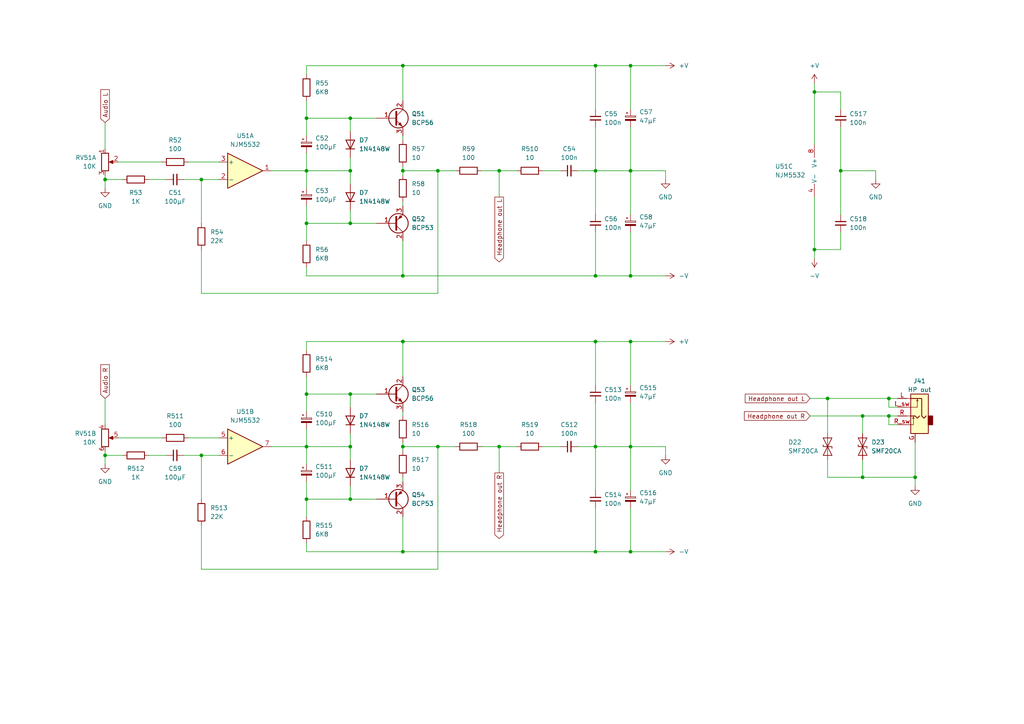
<source format=kicad_sch>
(kicad_sch (version 20230121) (generator eeschema)

  (uuid e864f864-787f-4a1c-b852-38b94d229f88)

  (paper "A4")

  (lib_symbols
    (symbol "Amplifier_Operational:NJM5532" (pin_names (offset 0.127)) (in_bom yes) (on_board yes)
      (property "Reference" "U" (at 0 5.08 0)
        (effects (font (size 1.27 1.27)) (justify left))
      )
      (property "Value" "NJM5532" (at 0 -5.08 0)
        (effects (font (size 1.27 1.27)) (justify left))
      )
      (property "Footprint" "" (at 0 0 0)
        (effects (font (size 1.27 1.27)) hide)
      )
      (property "Datasheet" "http://www.njr.com/semicon/PDF/NJM5532_E.pdf" (at 0 0 0)
        (effects (font (size 1.27 1.27)) hide)
      )
      (property "ki_locked" "" (at 0 0 0)
        (effects (font (size 1.27 1.27)))
      )
      (property "ki_keywords" "dual opamp" (at 0 0 0)
        (effects (font (size 1.27 1.27)) hide)
      )
      (property "ki_description" "Dual Low-Noise Operational Amplifier, DIP-8/DMP-8/SIP-8" (at 0 0 0)
        (effects (font (size 1.27 1.27)) hide)
      )
      (property "ki_fp_filters" "SOIC*3.9x4.9mm*P1.27mm* DIP*W7.62mm* TO*99* OnSemi*Micro8* TSSOP*3x3mm*P0.65mm* TSSOP*4.4x3mm*P0.65mm* MSOP*3x3mm*P0.65mm* SSOP*3.9x4.9mm*P0.635mm* LFCSP*2x2mm*P0.5mm* *SIP* SOIC*5.3x6.2mm*P1.27mm*" (at 0 0 0)
        (effects (font (size 1.27 1.27)) hide)
      )
      (symbol "NJM5532_1_1"
        (polyline
          (pts
            (xy -5.08 5.08)
            (xy 5.08 0)
            (xy -5.08 -5.08)
            (xy -5.08 5.08)
          )
          (stroke (width 0.254) (type default))
          (fill (type background))
        )
        (pin output line (at 7.62 0 180) (length 2.54)
          (name "~" (effects (font (size 1.27 1.27))))
          (number "1" (effects (font (size 1.27 1.27))))
        )
        (pin input line (at -7.62 -2.54 0) (length 2.54)
          (name "-" (effects (font (size 1.27 1.27))))
          (number "2" (effects (font (size 1.27 1.27))))
        )
        (pin input line (at -7.62 2.54 0) (length 2.54)
          (name "+" (effects (font (size 1.27 1.27))))
          (number "3" (effects (font (size 1.27 1.27))))
        )
      )
      (symbol "NJM5532_2_1"
        (polyline
          (pts
            (xy -5.08 5.08)
            (xy 5.08 0)
            (xy -5.08 -5.08)
            (xy -5.08 5.08)
          )
          (stroke (width 0.254) (type default))
          (fill (type background))
        )
        (pin input line (at -7.62 2.54 0) (length 2.54)
          (name "+" (effects (font (size 1.27 1.27))))
          (number "5" (effects (font (size 1.27 1.27))))
        )
        (pin input line (at -7.62 -2.54 0) (length 2.54)
          (name "-" (effects (font (size 1.27 1.27))))
          (number "6" (effects (font (size 1.27 1.27))))
        )
        (pin output line (at 7.62 0 180) (length 2.54)
          (name "~" (effects (font (size 1.27 1.27))))
          (number "7" (effects (font (size 1.27 1.27))))
        )
      )
      (symbol "NJM5532_3_1"
        (pin power_in line (at -2.54 -7.62 90) (length 3.81)
          (name "V-" (effects (font (size 1.27 1.27))))
          (number "4" (effects (font (size 1.27 1.27))))
        )
        (pin power_in line (at -2.54 7.62 270) (length 3.81)
          (name "V+" (effects (font (size 1.27 1.27))))
          (number "8" (effects (font (size 1.27 1.27))))
        )
      )
    )
    (symbol "BCP53_1" (pin_names (offset 0) hide) (in_bom yes) (on_board yes)
      (property "Reference" "Q15" (at 5.08 -1.27 0)
        (effects (font (size 1.27 1.27)) (justify left))
      )
      (property "Value" "BCP53" (at 5.08 1.27 0)
        (effects (font (size 1.27 1.27)) (justify left))
      )
      (property "Footprint" "Package_TO_SOT_SMD:SOT-223-3_TabPin2" (at 5.08 -1.905 0)
        (effects (font (size 1.27 1.27) italic) (justify left) hide)
      )
      (property "Datasheet" "http://www.onsemi.com/pub_link/Collateral/BCP53T1-D.PDF" (at 0 0 0)
        (effects (font (size 1.27 1.27)) (justify left) hide)
      )
      (property "ki_keywords" "PNP Transistor" (at 0 0 0)
        (effects (font (size 1.27 1.27)) hide)
      )
      (property "ki_description" "1A Ic, 80V Vce, PNP Medium Power Transistor, SOT-223" (at 0 0 0)
        (effects (font (size 1.27 1.27)) hide)
      )
      (property "ki_fp_filters" "SOT?223*" (at 0 0 0)
        (effects (font (size 1.27 1.27)) hide)
      )
      (symbol "BCP53_1_0_1"
        (polyline
          (pts
            (xy 0.635 0.635)
            (xy 2.54 2.54)
          )
          (stroke (width 0) (type default))
          (fill (type none))
        )
        (polyline
          (pts
            (xy 0.635 -0.635)
            (xy 2.54 -2.54)
            (xy 2.54 -2.54)
          )
          (stroke (width 0) (type default))
          (fill (type none))
        )
        (polyline
          (pts
            (xy 0.635 1.905)
            (xy 0.635 -1.905)
            (xy 0.635 -1.905)
          )
          (stroke (width 0.508) (type default))
          (fill (type none))
        )
        (polyline
          (pts
            (xy 2.286 -1.778)
            (xy 1.778 -2.286)
            (xy 1.27 -1.27)
            (xy 2.286 -1.778)
            (xy 2.286 -1.778)
          )
          (stroke (width 0) (type default))
          (fill (type outline))
        )
        (circle (center 1.27 0) (radius 2.8194)
          (stroke (width 0.254) (type default))
          (fill (type none))
        )
      )
      (symbol "BCP53_1_1_1"
        (pin input line (at -5.08 0 0) (length 5.715)
          (name "B" (effects (font (size 1.27 1.27))))
          (number "1" (effects (font (size 1.27 1.27))))
        )
        (pin passive line (at 2.54 5.08 270) (length 2.54)
          (name "C" (effects (font (size 1.27 1.27))))
          (number "2" (effects (font (size 1.27 1.27))))
        )
        (pin passive line (at 2.54 -5.08 90) (length 2.54)
          (name "E" (effects (font (size 1.27 1.27))))
          (number "3" (effects (font (size 1.27 1.27))))
        )
      )
    )
    (symbol "BCP56_1" (pin_names (offset 0) hide) (in_bom yes) (on_board yes)
      (property "Reference" "Q14" (at 5.08 1.27 0)
        (effects (font (size 1.27 1.27)) (justify left))
      )
      (property "Value" "BCP56" (at 5.08 -1.27 0)
        (effects (font (size 1.27 1.27)) (justify left))
      )
      (property "Footprint" "Package_TO_SOT_SMD:SOT-223-3_TabPin2" (at 5.08 -1.905 0)
        (effects (font (size 1.27 1.27) italic) (justify left) hide)
      )
      (property "Datasheet" "https://www.nxp.com/docs/en/data-sheet/BCP56_BCX56_BC56PA.pdf" (at 0 0 0)
        (effects (font (size 1.27 1.27)) (justify left) hide)
      )
      (property "ki_keywords" "NPN Transistor" (at 0 0 0)
        (effects (font (size 1.27 1.27)) hide)
      )
      (property "ki_description" "1A Ic, 80V Vce, NPN Medium Power Transistor, SOT-223" (at 0 0 0)
        (effects (font (size 1.27 1.27)) hide)
      )
      (property "ki_fp_filters" "SOT?223*" (at 0 0 0)
        (effects (font (size 1.27 1.27)) hide)
      )
      (symbol "BCP56_1_0_1"
        (polyline
          (pts
            (xy 0.635 0.635)
            (xy 2.54 2.54)
          )
          (stroke (width 0) (type default))
          (fill (type none))
        )
        (polyline
          (pts
            (xy 0.635 -0.635)
            (xy 2.54 -2.54)
            (xy 2.54 -2.54)
          )
          (stroke (width 0) (type default))
          (fill (type none))
        )
        (polyline
          (pts
            (xy 0.635 1.905)
            (xy 0.635 -1.905)
            (xy 0.635 -1.905)
          )
          (stroke (width 0.508) (type default))
          (fill (type none))
        )
        (polyline
          (pts
            (xy 1.27 -1.778)
            (xy 1.778 -1.27)
            (xy 2.286 -2.286)
            (xy 1.27 -1.778)
            (xy 1.27 -1.778)
          )
          (stroke (width 0) (type default))
          (fill (type outline))
        )
        (circle (center 1.27 0) (radius 2.8194)
          (stroke (width 0.254) (type default))
          (fill (type none))
        )
      )
      (symbol "BCP56_1_1_1"
        (pin input line (at -5.08 0 0) (length 5.715)
          (name "B" (effects (font (size 1.27 1.27))))
          (number "1" (effects (font (size 1.27 1.27))))
        )
        (pin passive line (at 2.54 5.08 270) (length 2.54)
          (name "C" (effects (font (size 1.27 1.27))))
          (number "2" (effects (font (size 1.27 1.27))))
        )
        (pin passive line (at 2.54 -5.08 90) (length 2.54)
          (name "E" (effects (font (size 1.27 1.27))))
          (number "3" (effects (font (size 1.27 1.27))))
        )
      )
    )
    (symbol "Device:C_Polarized_Small" (pin_numbers hide) (pin_names (offset 0.254) hide) (in_bom yes) (on_board yes)
      (property "Reference" "C" (at 0.254 1.778 0)
        (effects (font (size 1.27 1.27)) (justify left))
      )
      (property "Value" "C_Polarized_Small" (at 0.254 -2.032 0)
        (effects (font (size 1.27 1.27)) (justify left))
      )
      (property "Footprint" "" (at 0 0 0)
        (effects (font (size 1.27 1.27)) hide)
      )
      (property "Datasheet" "~" (at 0 0 0)
        (effects (font (size 1.27 1.27)) hide)
      )
      (property "ki_keywords" "cap capacitor" (at 0 0 0)
        (effects (font (size 1.27 1.27)) hide)
      )
      (property "ki_description" "Polarized capacitor, small symbol" (at 0 0 0)
        (effects (font (size 1.27 1.27)) hide)
      )
      (property "ki_fp_filters" "CP_*" (at 0 0 0)
        (effects (font (size 1.27 1.27)) hide)
      )
      (symbol "C_Polarized_Small_0_1"
        (rectangle (start -1.524 -0.3048) (end 1.524 -0.6858)
          (stroke (width 0) (type default))
          (fill (type outline))
        )
        (rectangle (start -1.524 0.6858) (end 1.524 0.3048)
          (stroke (width 0) (type default))
          (fill (type none))
        )
        (polyline
          (pts
            (xy -1.27 1.524)
            (xy -0.762 1.524)
          )
          (stroke (width 0) (type default))
          (fill (type none))
        )
        (polyline
          (pts
            (xy -1.016 1.27)
            (xy -1.016 1.778)
          )
          (stroke (width 0) (type default))
          (fill (type none))
        )
      )
      (symbol "C_Polarized_Small_1_1"
        (pin passive line (at 0 2.54 270) (length 1.8542)
          (name "~" (effects (font (size 1.27 1.27))))
          (number "1" (effects (font (size 1.27 1.27))))
        )
        (pin passive line (at 0 -2.54 90) (length 1.8542)
          (name "~" (effects (font (size 1.27 1.27))))
          (number "2" (effects (font (size 1.27 1.27))))
        )
      )
    )
    (symbol "Device:C_Small" (pin_numbers hide) (pin_names (offset 0.254) hide) (in_bom yes) (on_board yes)
      (property "Reference" "C" (at 0.254 1.778 0)
        (effects (font (size 1.27 1.27)) (justify left))
      )
      (property "Value" "C_Small" (at 0.254 -2.032 0)
        (effects (font (size 1.27 1.27)) (justify left))
      )
      (property "Footprint" "" (at 0 0 0)
        (effects (font (size 1.27 1.27)) hide)
      )
      (property "Datasheet" "~" (at 0 0 0)
        (effects (font (size 1.27 1.27)) hide)
      )
      (property "ki_keywords" "capacitor cap" (at 0 0 0)
        (effects (font (size 1.27 1.27)) hide)
      )
      (property "ki_description" "Unpolarized capacitor, small symbol" (at 0 0 0)
        (effects (font (size 1.27 1.27)) hide)
      )
      (property "ki_fp_filters" "C_*" (at 0 0 0)
        (effects (font (size 1.27 1.27)) hide)
      )
      (symbol "C_Small_0_1"
        (polyline
          (pts
            (xy -1.524 -0.508)
            (xy 1.524 -0.508)
          )
          (stroke (width 0.3302) (type default))
          (fill (type none))
        )
        (polyline
          (pts
            (xy -1.524 0.508)
            (xy 1.524 0.508)
          )
          (stroke (width 0.3048) (type default))
          (fill (type none))
        )
      )
      (symbol "C_Small_1_1"
        (pin passive line (at 0 2.54 270) (length 2.032)
          (name "~" (effects (font (size 1.27 1.27))))
          (number "1" (effects (font (size 1.27 1.27))))
        )
        (pin passive line (at 0 -2.54 90) (length 2.032)
          (name "~" (effects (font (size 1.27 1.27))))
          (number "2" (effects (font (size 1.27 1.27))))
        )
      )
    )
    (symbol "Device:R" (pin_numbers hide) (pin_names (offset 0)) (in_bom yes) (on_board yes)
      (property "Reference" "R" (at 2.032 0 90)
        (effects (font (size 1.27 1.27)))
      )
      (property "Value" "R" (at 0 0 90)
        (effects (font (size 1.27 1.27)))
      )
      (property "Footprint" "" (at -1.778 0 90)
        (effects (font (size 1.27 1.27)) hide)
      )
      (property "Datasheet" "~" (at 0 0 0)
        (effects (font (size 1.27 1.27)) hide)
      )
      (property "ki_keywords" "R res resistor" (at 0 0 0)
        (effects (font (size 1.27 1.27)) hide)
      )
      (property "ki_description" "Resistor" (at 0 0 0)
        (effects (font (size 1.27 1.27)) hide)
      )
      (property "ki_fp_filters" "R_*" (at 0 0 0)
        (effects (font (size 1.27 1.27)) hide)
      )
      (symbol "R_0_1"
        (rectangle (start -1.016 -2.54) (end 1.016 2.54)
          (stroke (width 0.254) (type default))
          (fill (type none))
        )
      )
      (symbol "R_1_1"
        (pin passive line (at 0 3.81 270) (length 1.27)
          (name "~" (effects (font (size 1.27 1.27))))
          (number "1" (effects (font (size 1.27 1.27))))
        )
        (pin passive line (at 0 -3.81 90) (length 1.27)
          (name "~" (effects (font (size 1.27 1.27))))
          (number "2" (effects (font (size 1.27 1.27))))
        )
      )
    )
    (symbol "Device:R_Potentiometer_Dual_Separate" (pin_names (offset 1.016) hide) (in_bom yes) (on_board yes)
      (property "Reference" "RV" (at -4.445 0 90)
        (effects (font (size 1.27 1.27)))
      )
      (property "Value" "R_Potentiometer_Dual_Separate" (at -2.54 0 90)
        (effects (font (size 1.27 1.27)))
      )
      (property "Footprint" "" (at 0 0 0)
        (effects (font (size 1.27 1.27)) hide)
      )
      (property "Datasheet" "~" (at 0 0 0)
        (effects (font (size 1.27 1.27)) hide)
      )
      (property "ki_keywords" "resistor variable" (at 0 0 0)
        (effects (font (size 1.27 1.27)) hide)
      )
      (property "ki_description" "Dual potentiometer, separate units" (at 0 0 0)
        (effects (font (size 1.27 1.27)) hide)
      )
      (property "ki_fp_filters" "Potentiometer*" (at 0 0 0)
        (effects (font (size 1.27 1.27)) hide)
      )
      (symbol "R_Potentiometer_Dual_Separate_0_1"
        (polyline
          (pts
            (xy 2.54 0)
            (xy 1.524 0)
          )
          (stroke (width 0) (type default))
          (fill (type none))
        )
        (polyline
          (pts
            (xy 1.143 0)
            (xy 2.286 0.508)
            (xy 2.286 -0.508)
            (xy 1.143 0)
          )
          (stroke (width 0) (type default))
          (fill (type outline))
        )
        (rectangle (start 1.016 2.54) (end -1.016 -2.54)
          (stroke (width 0.254) (type default))
          (fill (type none))
        )
      )
      (symbol "R_Potentiometer_Dual_Separate_1_1"
        (pin passive line (at 0 3.81 270) (length 1.27)
          (name "1" (effects (font (size 1.27 1.27))))
          (number "1" (effects (font (size 1.27 1.27))))
        )
        (pin passive line (at 3.81 0 180) (length 1.27)
          (name "2" (effects (font (size 1.27 1.27))))
          (number "2" (effects (font (size 1.27 1.27))))
        )
        (pin passive line (at 0 -3.81 90) (length 1.27)
          (name "3" (effects (font (size 1.27 1.27))))
          (number "3" (effects (font (size 1.27 1.27))))
        )
      )
      (symbol "R_Potentiometer_Dual_Separate_2_1"
        (pin passive line (at 0 3.81 270) (length 1.27)
          (name "4" (effects (font (size 1.27 1.27))))
          (number "4" (effects (font (size 1.27 1.27))))
        )
        (pin passive line (at 3.81 0 180) (length 1.27)
          (name "5" (effects (font (size 1.27 1.27))))
          (number "5" (effects (font (size 1.27 1.27))))
        )
        (pin passive line (at 0 -3.81 90) (length 1.27)
          (name "6" (effects (font (size 1.27 1.27))))
          (number "6" (effects (font (size 1.27 1.27))))
        )
      )
    )
    (symbol "Diode:1N4148" (pin_numbers hide) (pin_names hide) (in_bom yes) (on_board yes)
      (property "Reference" "D" (at 0 2.54 0)
        (effects (font (size 1.27 1.27)))
      )
      (property "Value" "1N4148" (at 0 -2.54 0)
        (effects (font (size 1.27 1.27)))
      )
      (property "Footprint" "Diode_THT:D_DO-35_SOD27_P7.62mm_Horizontal" (at 0 0 0)
        (effects (font (size 1.27 1.27)) hide)
      )
      (property "Datasheet" "https://assets.nexperia.com/documents/data-sheet/1N4148_1N4448.pdf" (at 0 0 0)
        (effects (font (size 1.27 1.27)) hide)
      )
      (property "Sim.Device" "D" (at 0 0 0)
        (effects (font (size 1.27 1.27)) hide)
      )
      (property "Sim.Pins" "1=K 2=A" (at 0 0 0)
        (effects (font (size 1.27 1.27)) hide)
      )
      (property "ki_keywords" "diode" (at 0 0 0)
        (effects (font (size 1.27 1.27)) hide)
      )
      (property "ki_description" "100V 0.15A standard switching diode, DO-35" (at 0 0 0)
        (effects (font (size 1.27 1.27)) hide)
      )
      (property "ki_fp_filters" "D*DO?35*" (at 0 0 0)
        (effects (font (size 1.27 1.27)) hide)
      )
      (symbol "1N4148_0_1"
        (polyline
          (pts
            (xy -1.27 1.27)
            (xy -1.27 -1.27)
          )
          (stroke (width 0.254) (type default))
          (fill (type none))
        )
        (polyline
          (pts
            (xy 1.27 0)
            (xy -1.27 0)
          )
          (stroke (width 0) (type default))
          (fill (type none))
        )
        (polyline
          (pts
            (xy 1.27 1.27)
            (xy 1.27 -1.27)
            (xy -1.27 0)
            (xy 1.27 1.27)
          )
          (stroke (width 0.254) (type default))
          (fill (type none))
        )
      )
      (symbol "1N4148_1_1"
        (pin passive line (at -3.81 0 0) (length 2.54)
          (name "K" (effects (font (size 1.27 1.27))))
          (number "1" (effects (font (size 1.27 1.27))))
        )
        (pin passive line (at 3.81 0 180) (length 2.54)
          (name "A" (effects (font (size 1.27 1.27))))
          (number "2" (effects (font (size 1.27 1.27))))
        )
      )
    )
    (symbol "Diode:SMAJ400CA" (pin_numbers hide) (pin_names (offset 1.016) hide) (in_bom yes) (on_board yes)
      (property "Reference" "D" (at 0 2.54 0)
        (effects (font (size 1.27 1.27)))
      )
      (property "Value" "SMAJ400CA" (at 0 -2.54 0)
        (effects (font (size 1.27 1.27)))
      )
      (property "Footprint" "Diode_SMD:D_SMA" (at 0 -5.08 0)
        (effects (font (size 1.27 1.27)) hide)
      )
      (property "Datasheet" "https://www.littelfuse.com/media?resourcetype=datasheets&itemid=75e32973-b177-4ee3-a0ff-cedaf1abdb93&filename=smaj-datasheet" (at 0 0 0)
        (effects (font (size 1.27 1.27)) hide)
      )
      (property "ki_keywords" "bidirectional diode TVS voltage suppressor" (at 0 0 0)
        (effects (font (size 1.27 1.27)) hide)
      )
      (property "ki_description" "600W bidirectional Transient Voltage Suppressor, 400.0Vr, SMA(DO-214AC)" (at 0 0 0)
        (effects (font (size 1.27 1.27)) hide)
      )
      (property "ki_fp_filters" "D*SMA*" (at 0 0 0)
        (effects (font (size 1.27 1.27)) hide)
      )
      (symbol "SMAJ400CA_0_1"
        (polyline
          (pts
            (xy 1.27 0)
            (xy -1.27 0)
          )
          (stroke (width 0) (type default))
          (fill (type none))
        )
        (polyline
          (pts
            (xy -2.54 -1.27)
            (xy 0 0)
            (xy -2.54 1.27)
            (xy -2.54 -1.27)
          )
          (stroke (width 0.2032) (type default))
          (fill (type none))
        )
        (polyline
          (pts
            (xy 0.508 1.27)
            (xy 0 1.27)
            (xy 0 -1.27)
            (xy -0.508 -1.27)
          )
          (stroke (width 0.2032) (type default))
          (fill (type none))
        )
        (polyline
          (pts
            (xy 2.54 1.27)
            (xy 2.54 -1.27)
            (xy 0 0)
            (xy 2.54 1.27)
          )
          (stroke (width 0.2032) (type default))
          (fill (type none))
        )
      )
      (symbol "SMAJ400CA_1_1"
        (pin passive line (at -3.81 0 0) (length 2.54)
          (name "A1" (effects (font (size 1.27 1.27))))
          (number "1" (effects (font (size 1.27 1.27))))
        )
        (pin passive line (at 3.81 0 180) (length 2.54)
          (name "A2" (effects (font (size 1.27 1.27))))
          (number "2" (effects (font (size 1.27 1.27))))
        )
      )
    )
    (symbol "My_Connectors:3-5mm_connector" (in_bom yes) (on_board yes)
      (property "Reference" "J" (at -1.778 6.477 0)
        (effects (font (size 1.27 1.27)))
      )
      (property "Value" "" (at 0.127 -0.381 0)
        (effects (font (size 1.27 1.27)))
      )
      (property "Footprint" "" (at 0.127 -0.381 0)
        (effects (font (size 1.27 1.27)) hide)
      )
      (property "Datasheet" "" (at 0.127 -0.381 0)
        (effects (font (size 1.27 1.27)) hide)
      )
      (symbol "3-5mm_connector_0_1"
        (rectangle (start -3.81 -1.27) (end -2.54 -3.81)
          (stroke (width 0.254) (type default))
          (fill (type outline))
        )
        (rectangle (start -2.54 5.08) (end 2.54 -6.35)
          (stroke (width 0.254) (type default))
          (fill (type background))
        )
        (polyline
          (pts
            (xy 0.635 3.556)
            (xy 0.889 3.048)
          )
          (stroke (width 0) (type default))
          (fill (type none))
        )
        (polyline
          (pts
            (xy 1.778 -1.524)
            (xy 2.032 -2.032)
          )
          (stroke (width 0) (type default))
          (fill (type none))
        )
        (polyline
          (pts
            (xy 2.54 -3.81)
            (xy 3.81 -3.81)
          )
          (stroke (width 0) (type default))
          (fill (type none))
        )
        (polyline
          (pts
            (xy 2.54 1.27)
            (xy 3.81 1.27)
          )
          (stroke (width 0) (type default))
          (fill (type none))
        )
        (polyline
          (pts
            (xy 3.81 -1.27)
            (xy 2.54 -1.27)
          )
          (stroke (width 0) (type default))
          (fill (type none))
        )
        (polyline
          (pts
            (xy 3.81 3.81)
            (xy 2.54 3.81)
          )
          (stroke (width 0) (type default))
          (fill (type none))
        )
        (polyline
          (pts
            (xy 0 -1.27)
            (xy 0.635 -1.905)
            (xy 1.27 -1.27)
            (xy 2.54 -1.27)
          )
          (stroke (width 0.254) (type default))
          (fill (type none))
        )
        (polyline
          (pts
            (xy 2.54 -3.81)
            (xy 1.778 -3.81)
            (xy 1.778 -1.524)
            (xy 1.524 -2.032)
          )
          (stroke (width 0) (type default))
          (fill (type none))
        )
        (polyline
          (pts
            (xy 2.54 1.27)
            (xy 0.635 1.27)
            (xy 0.635 3.556)
            (xy 0.381 3.048)
          )
          (stroke (width 0) (type default))
          (fill (type none))
        )
        (polyline
          (pts
            (xy 2.54 3.81)
            (xy -0.635 3.81)
            (xy -0.635 -1.27)
            (xy -1.27 -1.905)
            (xy -1.905 -1.27)
          )
          (stroke (width 0.254) (type default))
          (fill (type none))
        )
      )
      (symbol "3-5mm_connector_1_1"
        (pin passive line (at 1.27 -8.89 90) (length 2.54)
          (name "~" (effects (font (size 1.27 1.27))))
          (number "G" (effects (font (size 1.27 1.27))))
        )
        (pin passive line (at 6.35 3.81 180) (length 2.54)
          (name "~" (effects (font (size 1.27 1.27))))
          (number "L" (effects (font (size 1.27 1.27))))
        )
        (pin passive line (at 6.35 1.27 180) (length 2.54)
          (name "~" (effects (font (size 1.27 1.27))))
          (number "L_sw" (effects (font (size 1.27 1.27))))
        )
        (pin passive line (at 6.35 -1.27 180) (length 2.54)
          (name "~" (effects (font (size 1.27 1.27))))
          (number "R" (effects (font (size 1.27 1.27))))
        )
        (pin passive line (at 6.35 -3.81 180) (length 2.54)
          (name "~" (effects (font (size 1.27 1.27))))
          (number "R_sw" (effects (font (size 1.27 1.27))))
        )
      )
    )
    (symbol "My_Power_Symbols:+V" (power) (in_bom no) (on_board no)
      (property "Reference" "#PWR" (at 0 0 0)
        (effects (font (size 1.27 1.27)) hide)
      )
      (property "Value" "+V" (at 4.064 0.127 0)
        (effects (font (size 1.27 1.27)))
      )
      (property "Footprint" "" (at 0 0 0)
        (effects (font (size 1.27 1.27)) hide)
      )
      (property "Datasheet" "" (at 0 0 0)
        (effects (font (size 1.27 1.27)) hide)
      )
      (symbol "+V_0_1"
        (polyline
          (pts
            (xy -0.762 1.27)
            (xy 0 2.54)
          )
          (stroke (width 0) (type default))
          (fill (type none))
        )
        (polyline
          (pts
            (xy 0 0)
            (xy 0 2.54)
          )
          (stroke (width 0) (type default))
          (fill (type none))
        )
        (polyline
          (pts
            (xy 0 2.54)
            (xy 0.762 1.27)
          )
          (stroke (width 0) (type default))
          (fill (type none))
        )
      )
      (symbol "+V_1_1"
        (pin power_in line (at 0 0 90) (length 0) hide
          (name "+V" (effects (font (size 1.27 1.27))))
          (number "1" (effects (font (size 1.27 1.27))))
        )
      )
    )
    (symbol "My_Power_Symbols:-V" (power) (in_bom no) (on_board no)
      (property "Reference" "#PWR" (at 0 0 0)
        (effects (font (size 1.27 1.27)) hide)
      )
      (property "Value" "-V" (at 3.937 0.127 0)
        (effects (font (size 1.27 1.27)))
      )
      (property "Footprint" "" (at 0 0 0)
        (effects (font (size 1.27 1.27)) hide)
      )
      (property "Datasheet" "" (at 0 0 0)
        (effects (font (size 1.27 1.27)) hide)
      )
      (symbol "-V_0_1"
        (polyline
          (pts
            (xy -0.762 1.27)
            (xy 0 2.54)
          )
          (stroke (width 0) (type default))
          (fill (type none))
        )
        (polyline
          (pts
            (xy 0 0)
            (xy 0 2.54)
          )
          (stroke (width 0) (type default))
          (fill (type none))
        )
        (polyline
          (pts
            (xy 0 2.54)
            (xy 0.762 1.27)
          )
          (stroke (width 0) (type default))
          (fill (type none))
        )
      )
      (symbol "-V_1_1"
        (pin power_in line (at 0 0 90) (length 0) hide
          (name "-V" (effects (font (size 1.27 1.27))))
          (number "1" (effects (font (size 1.27 1.27))))
        )
      )
    )
    (symbol "Transistor_BJT:BCP53" (pin_names (offset 0) hide) (in_bom yes) (on_board yes)
      (property "Reference" "Q17" (at 5.08 -1.27 0)
        (effects (font (size 1.27 1.27)) (justify left))
      )
      (property "Value" "BCP53" (at 5.08 1.27 0)
        (effects (font (size 1.27 1.27)) (justify left))
      )
      (property "Footprint" "Package_TO_SOT_SMD:SOT-223-3_TabPin2" (at 5.08 -1.905 0)
        (effects (font (size 1.27 1.27) italic) (justify left) hide)
      )
      (property "Datasheet" "http://www.onsemi.com/pub_link/Collateral/BCP53T1-D.PDF" (at 0 0 0)
        (effects (font (size 1.27 1.27)) (justify left) hide)
      )
      (property "ki_keywords" "PNP Transistor" (at 0 0 0)
        (effects (font (size 1.27 1.27)) hide)
      )
      (property "ki_description" "1A Ic, 80V Vce, PNP Medium Power Transistor, SOT-223" (at 0 0 0)
        (effects (font (size 1.27 1.27)) hide)
      )
      (property "ki_fp_filters" "SOT?223*" (at 0 0 0)
        (effects (font (size 1.27 1.27)) hide)
      )
      (symbol "BCP53_0_1"
        (polyline
          (pts
            (xy 0.635 0.635)
            (xy 2.54 2.54)
          )
          (stroke (width 0) (type default))
          (fill (type none))
        )
        (polyline
          (pts
            (xy 0.635 -0.635)
            (xy 2.54 -2.54)
            (xy 2.54 -2.54)
          )
          (stroke (width 0) (type default))
          (fill (type none))
        )
        (polyline
          (pts
            (xy 0.635 1.905)
            (xy 0.635 -1.905)
            (xy 0.635 -1.905)
          )
          (stroke (width 0.508) (type default))
          (fill (type none))
        )
        (polyline
          (pts
            (xy 2.286 -1.778)
            (xy 1.778 -2.286)
            (xy 1.27 -1.27)
            (xy 2.286 -1.778)
            (xy 2.286 -1.778)
          )
          (stroke (width 0) (type default))
          (fill (type outline))
        )
        (circle (center 1.27 0) (radius 2.8194)
          (stroke (width 0.254) (type default))
          (fill (type none))
        )
      )
      (symbol "BCP53_1_1"
        (pin input line (at -5.08 0 0) (length 5.715)
          (name "B" (effects (font (size 1.27 1.27))))
          (number "1" (effects (font (size 1.27 1.27))))
        )
        (pin passive line (at 2.54 5.08 270) (length 2.54)
          (name "C" (effects (font (size 1.27 1.27))))
          (number "2" (effects (font (size 1.27 1.27))))
        )
        (pin passive line (at 2.54 -5.08 90) (length 2.54)
          (name "E" (effects (font (size 1.27 1.27))))
          (number "3" (effects (font (size 1.27 1.27))))
        )
      )
    )
    (symbol "Transistor_BJT:BCP56" (pin_names (offset 0) hide) (in_bom yes) (on_board yes)
      (property "Reference" "Q16" (at 5.08 1.27 0)
        (effects (font (size 1.27 1.27)) (justify left))
      )
      (property "Value" "BCP56" (at 5.08 -1.27 0)
        (effects (font (size 1.27 1.27)) (justify left))
      )
      (property "Footprint" "Package_TO_SOT_SMD:SOT-223-3_TabPin2" (at 5.08 -1.905 0)
        (effects (font (size 1.27 1.27) italic) (justify left) hide)
      )
      (property "Datasheet" "https://www.nxp.com/docs/en/data-sheet/BCP56_BCX56_BC56PA.pdf" (at 0 0 0)
        (effects (font (size 1.27 1.27)) (justify left) hide)
      )
      (property "ki_keywords" "NPN Transistor" (at 0 0 0)
        (effects (font (size 1.27 1.27)) hide)
      )
      (property "ki_description" "1A Ic, 80V Vce, NPN Medium Power Transistor, SOT-223" (at 0 0 0)
        (effects (font (size 1.27 1.27)) hide)
      )
      (property "ki_fp_filters" "SOT?223*" (at 0 0 0)
        (effects (font (size 1.27 1.27)) hide)
      )
      (symbol "BCP56_0_1"
        (polyline
          (pts
            (xy 0.635 0.635)
            (xy 2.54 2.54)
          )
          (stroke (width 0) (type default))
          (fill (type none))
        )
        (polyline
          (pts
            (xy 0.635 -0.635)
            (xy 2.54 -2.54)
            (xy 2.54 -2.54)
          )
          (stroke (width 0) (type default))
          (fill (type none))
        )
        (polyline
          (pts
            (xy 0.635 1.905)
            (xy 0.635 -1.905)
            (xy 0.635 -1.905)
          )
          (stroke (width 0.508) (type default))
          (fill (type none))
        )
        (polyline
          (pts
            (xy 1.27 -1.778)
            (xy 1.778 -1.27)
            (xy 2.286 -2.286)
            (xy 1.27 -1.778)
            (xy 1.27 -1.778)
          )
          (stroke (width 0) (type default))
          (fill (type outline))
        )
        (circle (center 1.27 0) (radius 2.8194)
          (stroke (width 0.254) (type default))
          (fill (type none))
        )
      )
      (symbol "BCP56_1_1"
        (pin input line (at -5.08 0 0) (length 5.715)
          (name "B" (effects (font (size 1.27 1.27))))
          (number "1" (effects (font (size 1.27 1.27))))
        )
        (pin passive line (at 2.54 5.08 270) (length 2.54)
          (name "C" (effects (font (size 1.27 1.27))))
          (number "2" (effects (font (size 1.27 1.27))))
        )
        (pin passive line (at 2.54 -5.08 90) (length 2.54)
          (name "E" (effects (font (size 1.27 1.27))))
          (number "3" (effects (font (size 1.27 1.27))))
        )
      )
    )
    (symbol "power:GND" (power) (pin_names (offset 0)) (in_bom yes) (on_board yes)
      (property "Reference" "#PWR" (at 0 -6.35 0)
        (effects (font (size 1.27 1.27)) hide)
      )
      (property "Value" "GND" (at 0 -3.81 0)
        (effects (font (size 1.27 1.27)))
      )
      (property "Footprint" "" (at 0 0 0)
        (effects (font (size 1.27 1.27)) hide)
      )
      (property "Datasheet" "" (at 0 0 0)
        (effects (font (size 1.27 1.27)) hide)
      )
      (property "ki_keywords" "global power" (at 0 0 0)
        (effects (font (size 1.27 1.27)) hide)
      )
      (property "ki_description" "Power symbol creates a global label with name \"GND\" , ground" (at 0 0 0)
        (effects (font (size 1.27 1.27)) hide)
      )
      (symbol "GND_0_1"
        (polyline
          (pts
            (xy 0 0)
            (xy 0 -1.27)
            (xy 1.27 -1.27)
            (xy 0 -2.54)
            (xy -1.27 -1.27)
            (xy 0 -1.27)
          )
          (stroke (width 0) (type default))
          (fill (type none))
        )
      )
      (symbol "GND_1_1"
        (pin power_in line (at 0 0 270) (length 0) hide
          (name "GND" (effects (font (size 1.27 1.27))))
          (number "1" (effects (font (size 1.27 1.27))))
        )
      )
    )
  )

  (junction (at 182.88 19.05) (diameter 0) (color 0 0 0 0)
    (uuid 00fe14d3-d41e-49af-942c-f0e5c0e1e900)
  )
  (junction (at 116.84 129.54) (diameter 0) (color 0 0 0 0)
    (uuid 0654aa23-7ec3-4657-95bf-17a584a46b71)
  )
  (junction (at 88.9 129.54) (diameter 0) (color 0 0 0 0)
    (uuid 093563d9-6cff-481b-8199-02d120ce145a)
  )
  (junction (at 101.6 129.54) (diameter 0) (color 0 0 0 0)
    (uuid 182ec046-c33f-41d5-93d2-6a754453b5a5)
  )
  (junction (at 88.9 64.77) (diameter 0) (color 0 0 0 0)
    (uuid 192c32ad-e953-4edc-8d63-6ce34ddad6b1)
  )
  (junction (at 116.84 80.01) (diameter 0) (color 0 0 0 0)
    (uuid 1e207bad-5a8f-48a4-a0df-be80347891d7)
  )
  (junction (at 236.22 26.67) (diameter 0) (color 0 0 0 0)
    (uuid 29529c43-93ba-40eb-9326-3e95ab59e7ce)
  )
  (junction (at 257.81 115.57) (diameter 0) (color 0 0 0 0)
    (uuid 32749476-a18d-4219-a739-07cca45f6259)
  )
  (junction (at 58.42 52.07) (diameter 0) (color 0 0 0 0)
    (uuid 3847fc1b-c84a-431e-acd6-0d4a983e4eef)
  )
  (junction (at 101.6 34.29) (diameter 0) (color 0 0 0 0)
    (uuid 3a4d006d-d7f6-4f42-b1d7-a4f2970130be)
  )
  (junction (at 101.6 144.78) (diameter 0) (color 0 0 0 0)
    (uuid 42fce003-1b09-4649-b45c-32c111db6114)
  )
  (junction (at 88.9 49.53) (diameter 0) (color 0 0 0 0)
    (uuid 464dfbaa-92b2-4e4c-ac7e-51c60edc439d)
  )
  (junction (at 172.72 129.54) (diameter 0) (color 0 0 0 0)
    (uuid 50ba347c-70a0-41aa-b564-e5880873d514)
  )
  (junction (at 182.88 49.53) (diameter 0) (color 0 0 0 0)
    (uuid 52300e5d-1a24-4f1a-b29e-b1a0e16f9927)
  )
  (junction (at 182.88 129.54) (diameter 0) (color 0 0 0 0)
    (uuid 5db11bb6-3973-4083-984f-99bd54c12abf)
  )
  (junction (at 58.42 132.08) (diameter 0) (color 0 0 0 0)
    (uuid 60dcafd7-ffeb-4b48-8450-cd70861068e6)
  )
  (junction (at 250.19 138.43) (diameter 0) (color 0 0 0 0)
    (uuid 669270c1-8421-4710-a9ac-d6fc7d7212e4)
  )
  (junction (at 116.84 99.06) (diameter 0) (color 0 0 0 0)
    (uuid 6e2b7a56-86b2-4cbb-967c-31f2529ddf4f)
  )
  (junction (at 172.72 160.02) (diameter 0) (color 0 0 0 0)
    (uuid 72eb226b-903f-4cf2-a294-7f6fb869e695)
  )
  (junction (at 172.72 80.01) (diameter 0) (color 0 0 0 0)
    (uuid 7aa4dbfa-c118-42a4-9795-60905ac68c4b)
  )
  (junction (at 101.6 114.3) (diameter 0) (color 0 0 0 0)
    (uuid 8cf25caa-8016-41a6-9b96-59ca41d26ddd)
  )
  (junction (at 250.19 120.65) (diameter 0) (color 0 0 0 0)
    (uuid 934edf5d-7100-4bc1-b018-a62f84f00750)
  )
  (junction (at 101.6 64.77) (diameter 0) (color 0 0 0 0)
    (uuid 9acfda95-f9c3-401a-b1c5-5cec2d270a11)
  )
  (junction (at 243.84 49.53) (diameter 0) (color 0 0 0 0)
    (uuid 9d45f1ea-a839-4250-8589-fe41c0d21301)
  )
  (junction (at 88.9 34.29) (diameter 0) (color 0 0 0 0)
    (uuid a228182f-1e21-46ea-add5-03906e837715)
  )
  (junction (at 172.72 19.05) (diameter 0) (color 0 0 0 0)
    (uuid a3bdd3f3-5ab3-42ef-abaf-d0b4cd9015fe)
  )
  (junction (at 257.81 120.65) (diameter 0) (color 0 0 0 0)
    (uuid a4a6b9e0-b205-43a9-9147-6d0bf44d4afa)
  )
  (junction (at 88.9 144.78) (diameter 0) (color 0 0 0 0)
    (uuid a4fff8c4-fbd1-4fad-92d3-e524c52d2c51)
  )
  (junction (at 144.78 129.54) (diameter 0) (color 0 0 0 0)
    (uuid a5e9e5b1-3b2b-453d-a403-f1764e3796ce)
  )
  (junction (at 144.78 49.53) (diameter 0) (color 0 0 0 0)
    (uuid a5f29a1d-24d8-482d-91f2-87803abd8934)
  )
  (junction (at 116.84 49.53) (diameter 0) (color 0 0 0 0)
    (uuid a84e1985-4188-4288-8af1-06c9c64c7666)
  )
  (junction (at 182.88 80.01) (diameter 0) (color 0 0 0 0)
    (uuid b285ea33-82b8-4e46-bdc8-a54e6db5f821)
  )
  (junction (at 30.48 52.07) (diameter 0) (color 0 0 0 0)
    (uuid b297ff0b-05bf-4c6c-bb11-06fff46273fd)
  )
  (junction (at 127 129.54) (diameter 0) (color 0 0 0 0)
    (uuid bad28282-e84e-48f4-afb0-fe87ff9e9d7d)
  )
  (junction (at 182.88 99.06) (diameter 0) (color 0 0 0 0)
    (uuid c0fd1d08-bc2a-4f2f-b4f6-291da36f82dc)
  )
  (junction (at 101.6 49.53) (diameter 0) (color 0 0 0 0)
    (uuid c3504454-fd9f-44c1-830e-99764f6ffdd0)
  )
  (junction (at 88.9 114.3) (diameter 0) (color 0 0 0 0)
    (uuid c76676ed-e975-4395-b4ca-ef15cef7ffe3)
  )
  (junction (at 172.72 99.06) (diameter 0) (color 0 0 0 0)
    (uuid d1f62d6a-8856-4899-bec4-a0bd38922cbc)
  )
  (junction (at 172.72 49.53) (diameter 0) (color 0 0 0 0)
    (uuid d9586229-000c-45ae-bc1b-a6b46fc287e9)
  )
  (junction (at 30.48 132.08) (diameter 0) (color 0 0 0 0)
    (uuid da09da58-b2ad-48c2-9be1-79d6281970b9)
  )
  (junction (at 116.84 160.02) (diameter 0) (color 0 0 0 0)
    (uuid e1d974e0-446b-4824-9d95-6879b714f2a6)
  )
  (junction (at 127 49.53) (diameter 0) (color 0 0 0 0)
    (uuid e43aa513-b8c2-4426-9896-cd43434a8aaf)
  )
  (junction (at 236.22 72.39) (diameter 0) (color 0 0 0 0)
    (uuid e69857a6-4f91-4426-b9cd-b78a9bcd6c64)
  )
  (junction (at 265.43 138.43) (diameter 0) (color 0 0 0 0)
    (uuid eda184bf-8570-4bd3-b2a1-5e6b70315b39)
  )
  (junction (at 182.88 160.02) (diameter 0) (color 0 0 0 0)
    (uuid f0591481-b8a4-4cad-bc96-8f029608dc62)
  )
  (junction (at 240.03 115.57) (diameter 0) (color 0 0 0 0)
    (uuid fd72ebf2-1731-445a-90b6-8ea2ca27a753)
  )
  (junction (at 116.84 19.05) (diameter 0) (color 0 0 0 0)
    (uuid feb8da03-b1c3-4edc-888c-3c2543bda901)
  )

  (wire (pts (xy 250.19 120.65) (xy 257.81 120.65))
    (stroke (width 0) (type default))
    (uuid 003365ba-9ecd-4a76-a153-8e7a94de07d8)
  )
  (wire (pts (xy 172.72 19.05) (xy 182.88 19.05))
    (stroke (width 0) (type default))
    (uuid 0181b186-a628-43bc-9f75-4c6d2596e2ec)
  )
  (wire (pts (xy 257.81 120.65) (xy 260.35 120.65))
    (stroke (width 0) (type default))
    (uuid 03b3efe9-7cb7-4c30-870e-63f97ef3908d)
  )
  (wire (pts (xy 236.22 57.15) (xy 236.22 72.39))
    (stroke (width 0) (type default))
    (uuid 0c3b4d72-0311-4ac6-96a1-590a70b1b2e5)
  )
  (wire (pts (xy 34.29 127) (xy 46.99 127))
    (stroke (width 0) (type default))
    (uuid 0c6de5b5-7efa-421c-a33e-99b81efa104e)
  )
  (wire (pts (xy 88.9 21.59) (xy 88.9 19.05))
    (stroke (width 0) (type default))
    (uuid 114b2121-2abe-46f0-8df5-74287a959c88)
  )
  (wire (pts (xy 58.42 132.08) (xy 63.5 132.08))
    (stroke (width 0) (type default))
    (uuid 11bd1b8e-1ed1-4f2f-bd7b-53d1f554c9b3)
  )
  (wire (pts (xy 116.84 49.53) (xy 127 49.53))
    (stroke (width 0) (type default))
    (uuid 16eb0bf9-e3fa-4730-927e-5b547ff0a336)
  )
  (wire (pts (xy 58.42 132.08) (xy 58.42 144.78))
    (stroke (width 0) (type default))
    (uuid 17b70ac0-1220-436b-bcab-b740c36acf4a)
  )
  (wire (pts (xy 144.78 49.53) (xy 144.78 57.15))
    (stroke (width 0) (type default))
    (uuid 1913c8c5-0c7b-4532-a613-93ef944ed7c7)
  )
  (wire (pts (xy 116.84 138.43) (xy 116.84 139.7))
    (stroke (width 0) (type default))
    (uuid 1b71d073-8533-427a-9150-edb10dfc64c5)
  )
  (wire (pts (xy 257.81 123.19) (xy 257.81 120.65))
    (stroke (width 0) (type default))
    (uuid 1b966ed5-cced-4b69-a92d-5fed588505bd)
  )
  (wire (pts (xy 172.72 99.06) (xy 182.88 99.06))
    (stroke (width 0) (type default))
    (uuid 2001beac-3898-4a5e-8768-e66c47f1ba91)
  )
  (wire (pts (xy 88.9 144.78) (xy 88.9 149.86))
    (stroke (width 0) (type default))
    (uuid 22613aac-7a8c-4025-8b6a-fa1caf13f86d)
  )
  (wire (pts (xy 234.95 120.65) (xy 250.19 120.65))
    (stroke (width 0) (type default))
    (uuid 22abe3a4-2b42-4eff-b1c5-266eb4fec836)
  )
  (wire (pts (xy 236.22 26.67) (xy 236.22 41.91))
    (stroke (width 0) (type default))
    (uuid 23e791fc-8756-453a-be49-0df566463774)
  )
  (wire (pts (xy 172.72 160.02) (xy 172.72 147.32))
    (stroke (width 0) (type default))
    (uuid 243e9526-336a-4449-835f-d91498ab43d3)
  )
  (wire (pts (xy 30.48 115.57) (xy 30.48 123.19))
    (stroke (width 0) (type default))
    (uuid 24ab9f3b-8b21-49e8-b82e-db8ccf79c8b1)
  )
  (wire (pts (xy 116.84 39.37) (xy 116.84 40.64))
    (stroke (width 0) (type default))
    (uuid 299ed5e3-67c3-4f0c-a58f-75b34a384505)
  )
  (wire (pts (xy 116.84 129.54) (xy 127 129.54))
    (stroke (width 0) (type default))
    (uuid 2b20091c-32c2-4e31-8252-e3cd50200e7c)
  )
  (wire (pts (xy 182.88 49.53) (xy 193.04 49.53))
    (stroke (width 0) (type default))
    (uuid 2dd2c169-a7b2-4953-881a-6e0d6a5f7b70)
  )
  (wire (pts (xy 182.88 160.02) (xy 182.88 147.32))
    (stroke (width 0) (type default))
    (uuid 2dd6ead6-6463-473e-87c8-3e936748256b)
  )
  (wire (pts (xy 193.04 49.53) (xy 193.04 52.07))
    (stroke (width 0) (type default))
    (uuid 2dec51f5-8851-4909-9621-cec1c6e6ee08)
  )
  (wire (pts (xy 172.72 129.54) (xy 167.64 129.54))
    (stroke (width 0) (type default))
    (uuid 2e8f18a9-40be-40c8-95fe-30cb9ecdf463)
  )
  (wire (pts (xy 88.9 99.06) (xy 116.84 99.06))
    (stroke (width 0) (type default))
    (uuid 34190de5-7a71-44b0-be4e-3e74e97766b5)
  )
  (wire (pts (xy 116.84 80.01) (xy 172.72 80.01))
    (stroke (width 0) (type default))
    (uuid 34526455-51b7-4b52-9966-9a0c80397e05)
  )
  (wire (pts (xy 243.84 67.31) (xy 243.84 72.39))
    (stroke (width 0) (type default))
    (uuid 35c96a00-5d7d-49ae-9472-4fa1be089c86)
  )
  (wire (pts (xy 182.88 19.05) (xy 193.04 19.05))
    (stroke (width 0) (type default))
    (uuid 38e0d0ce-2b82-427b-ba16-d1bc40dbb801)
  )
  (wire (pts (xy 236.22 72.39) (xy 243.84 72.39))
    (stroke (width 0) (type default))
    (uuid 3984bd81-19fd-40c9-8664-5d6931abbc19)
  )
  (wire (pts (xy 88.9 34.29) (xy 88.9 39.37))
    (stroke (width 0) (type default))
    (uuid 3998ffcf-f36b-4c1b-a839-11227b20a374)
  )
  (wire (pts (xy 43.18 132.08) (xy 48.26 132.08))
    (stroke (width 0) (type default))
    (uuid 39a6b6fe-047a-445b-9574-0d8a8d60d58c)
  )
  (wire (pts (xy 30.48 50.8) (xy 30.48 52.07))
    (stroke (width 0) (type default))
    (uuid 39f6dd09-faab-4aa0-b54a-fd3f6e501975)
  )
  (wire (pts (xy 78.74 129.54) (xy 88.9 129.54))
    (stroke (width 0) (type default))
    (uuid 3a653997-e7cc-4afc-815d-987181eae0bf)
  )
  (wire (pts (xy 172.72 116.84) (xy 172.72 129.54))
    (stroke (width 0) (type default))
    (uuid 3a6f5901-e370-4dcc-bde3-f025f3efd39d)
  )
  (wire (pts (xy 116.84 48.26) (xy 116.84 49.53))
    (stroke (width 0) (type default))
    (uuid 3afa8842-70c1-4019-ad44-d4fdcfbe6d48)
  )
  (wire (pts (xy 157.48 49.53) (xy 162.56 49.53))
    (stroke (width 0) (type default))
    (uuid 3b5599d8-bbc5-4259-ae7d-d85f41b41588)
  )
  (wire (pts (xy 172.72 80.01) (xy 182.88 80.01))
    (stroke (width 0) (type default))
    (uuid 3c882380-3f4c-4bf1-a9f6-899e935b917f)
  )
  (wire (pts (xy 101.6 114.3) (xy 109.22 114.3))
    (stroke (width 0) (type default))
    (uuid 3e4dafa5-7c79-4749-8774-2a4c008a1698)
  )
  (wire (pts (xy 127 49.53) (xy 132.08 49.53))
    (stroke (width 0) (type default))
    (uuid 40055df1-5f96-4149-a6ca-c2908206c700)
  )
  (wire (pts (xy 127 129.54) (xy 127 165.1))
    (stroke (width 0) (type default))
    (uuid 43f29836-a85e-49a0-8b78-b56c352862de)
  )
  (wire (pts (xy 109.22 34.29) (xy 101.6 34.29))
    (stroke (width 0) (type default))
    (uuid 45d100bd-3d24-40ce-942d-07a8e5687cfe)
  )
  (wire (pts (xy 101.6 49.53) (xy 101.6 53.34))
    (stroke (width 0) (type default))
    (uuid 481cdbde-e517-48d4-a744-87899ce85350)
  )
  (wire (pts (xy 35.56 52.07) (xy 30.48 52.07))
    (stroke (width 0) (type default))
    (uuid 4875f055-2165-4d25-ade7-0d49666d2c82)
  )
  (wire (pts (xy 101.6 34.29) (xy 101.6 38.1))
    (stroke (width 0) (type default))
    (uuid 48b79fb9-035c-4c26-beb2-22042abbab74)
  )
  (wire (pts (xy 116.84 160.02) (xy 172.72 160.02))
    (stroke (width 0) (type default))
    (uuid 4ba39b27-a7f6-42bf-8796-d2ffcf4b42cf)
  )
  (wire (pts (xy 116.84 99.06) (xy 116.84 109.22))
    (stroke (width 0) (type default))
    (uuid 507b9958-0fa6-41ae-bf61-c6ec56bce425)
  )
  (wire (pts (xy 35.56 132.08) (xy 30.48 132.08))
    (stroke (width 0) (type default))
    (uuid 507c79c7-0685-46a7-bff0-edac4233f216)
  )
  (wire (pts (xy 172.72 49.53) (xy 167.64 49.53))
    (stroke (width 0) (type default))
    (uuid 563d2b10-f53e-48ef-8817-9e22d913d5b2)
  )
  (wire (pts (xy 236.22 24.13) (xy 236.22 26.67))
    (stroke (width 0) (type default))
    (uuid 577b9fdb-f061-43d8-8733-c8640f368714)
  )
  (wire (pts (xy 172.72 49.53) (xy 182.88 49.53))
    (stroke (width 0) (type default))
    (uuid 580ac8b1-6676-40ec-bea2-01c567cc4518)
  )
  (wire (pts (xy 101.6 129.54) (xy 101.6 133.35))
    (stroke (width 0) (type default))
    (uuid 5890e209-84d0-45fe-9add-eb0f52f60f84)
  )
  (wire (pts (xy 127 129.54) (xy 132.08 129.54))
    (stroke (width 0) (type default))
    (uuid 58af6143-7785-462b-9f36-698ca2a6e61d)
  )
  (wire (pts (xy 234.95 115.57) (xy 240.03 115.57))
    (stroke (width 0) (type default))
    (uuid 5a4dbc97-c69a-4a7a-8798-3d3066ea847f)
  )
  (wire (pts (xy 116.84 160.02) (xy 116.84 149.86))
    (stroke (width 0) (type default))
    (uuid 5b937f9d-bc33-4da7-8af8-9e01399709b3)
  )
  (wire (pts (xy 88.9 80.01) (xy 116.84 80.01))
    (stroke (width 0) (type default))
    (uuid 5bcd6235-c8eb-4459-a42b-aa150c063df6)
  )
  (wire (pts (xy 58.42 52.07) (xy 63.5 52.07))
    (stroke (width 0) (type default))
    (uuid 5fe11570-b6d7-4a57-b6d4-dc12291f59da)
  )
  (wire (pts (xy 243.84 49.53) (xy 243.84 62.23))
    (stroke (width 0) (type default))
    (uuid 62522dac-0644-468f-9976-d7324c2a3768)
  )
  (wire (pts (xy 116.84 58.42) (xy 116.84 59.69))
    (stroke (width 0) (type default))
    (uuid 6280abd3-f058-48b0-8eb6-0d0e0bbc981f)
  )
  (wire (pts (xy 88.9 64.77) (xy 101.6 64.77))
    (stroke (width 0) (type default))
    (uuid 62ceb0af-67b4-488c-b3ab-c3b5fe02cd37)
  )
  (wire (pts (xy 139.7 49.53) (xy 144.78 49.53))
    (stroke (width 0) (type default))
    (uuid 63454133-505f-4e3b-a5ff-2d3febe8cc06)
  )
  (wire (pts (xy 54.61 127) (xy 63.5 127))
    (stroke (width 0) (type default))
    (uuid 63beaa03-95dc-4a9b-90a4-fd421f5537b7)
  )
  (wire (pts (xy 260.35 123.19) (xy 257.81 123.19))
    (stroke (width 0) (type default))
    (uuid 640ef49b-5cc3-4109-ad3a-98ec59242f70)
  )
  (wire (pts (xy 243.84 26.67) (xy 243.84 31.75))
    (stroke (width 0) (type default))
    (uuid 6a690943-3d7e-489a-8ce9-6e70205210d5)
  )
  (wire (pts (xy 116.84 129.54) (xy 116.84 130.81))
    (stroke (width 0) (type default))
    (uuid 6a8ed69e-0ec4-4d87-9360-7650995eb534)
  )
  (wire (pts (xy 58.42 165.1) (xy 58.42 152.4))
    (stroke (width 0) (type default))
    (uuid 6ce9bb0c-343c-4640-ab33-4c2148157783)
  )
  (wire (pts (xy 182.88 129.54) (xy 182.88 142.24))
    (stroke (width 0) (type default))
    (uuid 6f097d34-351d-4526-bc3d-440c5ff7d203)
  )
  (wire (pts (xy 236.22 26.67) (xy 243.84 26.67))
    (stroke (width 0) (type default))
    (uuid 708eb391-00fa-40f3-9ae0-f77db87a0bef)
  )
  (wire (pts (xy 101.6 114.3) (xy 101.6 118.11))
    (stroke (width 0) (type default))
    (uuid 721d3acc-b7e3-4786-a803-0bb3a624540d)
  )
  (wire (pts (xy 127 85.09) (xy 58.42 85.09))
    (stroke (width 0) (type default))
    (uuid 73d5b71e-a63c-4b0c-8d39-e4191a169353)
  )
  (wire (pts (xy 88.9 34.29) (xy 101.6 34.29))
    (stroke (width 0) (type default))
    (uuid 73dbfa3b-4a58-4338-8821-f0e81432afb5)
  )
  (wire (pts (xy 88.9 144.78) (xy 101.6 144.78))
    (stroke (width 0) (type default))
    (uuid 754fdf16-f2d4-4ca3-9099-1b6fa9657565)
  )
  (wire (pts (xy 144.78 129.54) (xy 144.78 137.16))
    (stroke (width 0) (type default))
    (uuid 76ebaf87-bc5f-4809-a9df-fb5926bfe656)
  )
  (wire (pts (xy 257.81 115.57) (xy 260.35 115.57))
    (stroke (width 0) (type default))
    (uuid 77c3814e-0832-48fd-8580-efc74e0fd719)
  )
  (wire (pts (xy 172.72 49.53) (xy 172.72 62.23))
    (stroke (width 0) (type default))
    (uuid 7b3153b0-39a7-4a2f-a9cd-4c26d4ce40aa)
  )
  (wire (pts (xy 172.72 99.06) (xy 172.72 111.76))
    (stroke (width 0) (type default))
    (uuid 7b379704-f60c-4245-9be5-15ce6c893ad0)
  )
  (wire (pts (xy 127 49.53) (xy 127 85.09))
    (stroke (width 0) (type default))
    (uuid 7b7822f7-bc53-412d-8789-82f10fb05a49)
  )
  (wire (pts (xy 109.22 64.77) (xy 101.6 64.77))
    (stroke (width 0) (type default))
    (uuid 7d0463c9-2391-4885-a257-13419fe3d1d1)
  )
  (wire (pts (xy 172.72 129.54) (xy 172.72 142.24))
    (stroke (width 0) (type default))
    (uuid 8058a9a8-ef0a-4859-acf7-147dd6dab2a1)
  )
  (wire (pts (xy 88.9 114.3) (xy 101.6 114.3))
    (stroke (width 0) (type default))
    (uuid 819c3ab4-c577-491b-ae58-a74b3556f2a5)
  )
  (wire (pts (xy 182.88 19.05) (xy 182.88 31.75))
    (stroke (width 0) (type default))
    (uuid 83b1247d-0f14-422b-8e8b-caea73a5f387)
  )
  (wire (pts (xy 88.9 157.48) (xy 88.9 160.02))
    (stroke (width 0) (type default))
    (uuid 842d7740-cf19-4e43-b090-02a324afba01)
  )
  (wire (pts (xy 172.72 67.31) (xy 172.72 80.01))
    (stroke (width 0) (type default))
    (uuid 84c6c133-9a67-4a46-b542-2ed8b549eb71)
  )
  (wire (pts (xy 30.48 132.08) (xy 30.48 134.62))
    (stroke (width 0) (type default))
    (uuid 8508c89a-8d9a-435e-88f7-289e316a3831)
  )
  (wire (pts (xy 257.81 118.11) (xy 257.81 115.57))
    (stroke (width 0) (type default))
    (uuid 86e580dc-312f-4f0c-8ee0-bc1b2fabb7f8)
  )
  (wire (pts (xy 116.84 19.05) (xy 172.72 19.05))
    (stroke (width 0) (type default))
    (uuid 8788e6aa-f246-44b9-b59f-8b5bf12f7433)
  )
  (wire (pts (xy 182.88 80.01) (xy 193.04 80.01))
    (stroke (width 0) (type default))
    (uuid 87999b0e-4c25-4afc-a2df-e416ab2d88e8)
  )
  (wire (pts (xy 78.74 49.53) (xy 88.9 49.53))
    (stroke (width 0) (type default))
    (uuid 89a33015-33ed-4037-85dc-b752c31bf9c3)
  )
  (wire (pts (xy 157.48 129.54) (xy 162.56 129.54))
    (stroke (width 0) (type default))
    (uuid 8e241371-2efd-4b18-ab07-c1d1840b1f8b)
  )
  (wire (pts (xy 250.19 120.65) (xy 250.19 125.73))
    (stroke (width 0) (type default))
    (uuid 903f47b3-d4f8-44e3-829f-ed4cb6b1277f)
  )
  (wire (pts (xy 88.9 139.7) (xy 88.9 144.78))
    (stroke (width 0) (type default))
    (uuid 90f14b69-b460-4688-a785-b862f630cbb9)
  )
  (wire (pts (xy 116.84 80.01) (xy 116.84 69.85))
    (stroke (width 0) (type default))
    (uuid 91d072de-b1dc-44c0-a303-60e2e629789a)
  )
  (wire (pts (xy 172.72 19.05) (xy 172.72 31.75))
    (stroke (width 0) (type default))
    (uuid 9717953f-b9da-4815-b85d-635851d83761)
  )
  (wire (pts (xy 254 49.53) (xy 254 52.07))
    (stroke (width 0) (type default))
    (uuid 99cd216b-eea8-4d73-96dd-71befe095d1c)
  )
  (wire (pts (xy 182.88 160.02) (xy 193.04 160.02))
    (stroke (width 0) (type default))
    (uuid 9d3292ca-20dd-4124-bbde-d2d3a45df89e)
  )
  (wire (pts (xy 88.9 124.46) (xy 88.9 129.54))
    (stroke (width 0) (type default))
    (uuid 9f67c62a-5e35-4a23-9c74-ac6f7c7648aa)
  )
  (wire (pts (xy 101.6 125.73) (xy 101.6 129.54))
    (stroke (width 0) (type default))
    (uuid 9f69263b-cf42-46c7-8fc9-0a4c00195b2e)
  )
  (wire (pts (xy 88.9 49.53) (xy 88.9 54.61))
    (stroke (width 0) (type default))
    (uuid 9ff279ff-ccde-4591-ae50-fb1070b14496)
  )
  (wire (pts (xy 240.03 115.57) (xy 257.81 115.57))
    (stroke (width 0) (type default))
    (uuid a7e0edf4-40e7-47dd-9afd-f7247bd62bdc)
  )
  (wire (pts (xy 101.6 49.53) (xy 101.6 45.72))
    (stroke (width 0) (type default))
    (uuid a873d1ca-b218-4a4b-8306-32d7549494a7)
  )
  (wire (pts (xy 58.42 52.07) (xy 58.42 64.77))
    (stroke (width 0) (type default))
    (uuid b2487bd6-126c-4036-b4b9-fa7c4f4f8fa9)
  )
  (wire (pts (xy 144.78 129.54) (xy 149.86 129.54))
    (stroke (width 0) (type default))
    (uuid b41a7801-557f-4129-b52e-9757d1a649d9)
  )
  (wire (pts (xy 182.88 67.31) (xy 182.88 80.01))
    (stroke (width 0) (type default))
    (uuid b4330ec5-3487-41df-960e-df9391a4b3c5)
  )
  (wire (pts (xy 58.42 165.1) (xy 127 165.1))
    (stroke (width 0) (type default))
    (uuid b4484140-0393-48d6-9267-91915e478c95)
  )
  (wire (pts (xy 101.6 144.78) (xy 101.6 140.97))
    (stroke (width 0) (type default))
    (uuid b67298f5-1dff-49b6-b11b-4d3d45ea1c46)
  )
  (wire (pts (xy 88.9 49.53) (xy 101.6 49.53))
    (stroke (width 0) (type default))
    (uuid ba7c9f57-90ba-4033-a2cb-0cf2805cf0a2)
  )
  (wire (pts (xy 101.6 144.78) (xy 109.22 144.78))
    (stroke (width 0) (type default))
    (uuid bae0e8ae-be7f-4969-857f-d415a6a4a723)
  )
  (wire (pts (xy 34.29 46.99) (xy 46.99 46.99))
    (stroke (width 0) (type default))
    (uuid bb86568d-2955-4160-8c28-d4eacacdd824)
  )
  (wire (pts (xy 250.19 138.43) (xy 240.03 138.43))
    (stroke (width 0) (type default))
    (uuid bccf51b3-21c3-4cef-8ad8-413dff85b941)
  )
  (wire (pts (xy 250.19 133.35) (xy 250.19 138.43))
    (stroke (width 0) (type default))
    (uuid bd322488-e398-4c41-83e1-c84e30c25092)
  )
  (wire (pts (xy 265.43 138.43) (xy 265.43 140.97))
    (stroke (width 0) (type default))
    (uuid bdd956bf-97e6-4837-b578-77209ab462d2)
  )
  (wire (pts (xy 116.84 19.05) (xy 116.84 29.21))
    (stroke (width 0) (type default))
    (uuid be9bc9c9-6d04-4caf-be57-b669044aedd0)
  )
  (wire (pts (xy 240.03 138.43) (xy 240.03 133.35))
    (stroke (width 0) (type default))
    (uuid c0513d73-432a-488b-904d-6070d500c98e)
  )
  (wire (pts (xy 88.9 109.22) (xy 88.9 114.3))
    (stroke (width 0) (type default))
    (uuid c0b71eb8-9723-40a4-8e97-063cdf992871)
  )
  (wire (pts (xy 53.34 52.07) (xy 58.42 52.07))
    (stroke (width 0) (type default))
    (uuid c3528e44-1ba5-47fd-b862-8665d2f0ef98)
  )
  (wire (pts (xy 240.03 115.57) (xy 240.03 125.73))
    (stroke (width 0) (type default))
    (uuid c3604bce-4a49-4659-930a-6049c8b594de)
  )
  (wire (pts (xy 54.61 46.99) (xy 63.5 46.99))
    (stroke (width 0) (type default))
    (uuid c4c7c3db-9a8c-448b-80bc-833ca0433b8f)
  )
  (wire (pts (xy 30.48 130.81) (xy 30.48 132.08))
    (stroke (width 0) (type default))
    (uuid c995732f-2cb3-4e9d-b9eb-5625e1bde914)
  )
  (wire (pts (xy 243.84 36.83) (xy 243.84 49.53))
    (stroke (width 0) (type default))
    (uuid cc816759-b667-4f7f-9dea-b3256625c7d4)
  )
  (wire (pts (xy 88.9 19.05) (xy 116.84 19.05))
    (stroke (width 0) (type default))
    (uuid cde15422-7c8c-4f19-9e88-b7915fa7cd56)
  )
  (wire (pts (xy 88.9 101.6) (xy 88.9 99.06))
    (stroke (width 0) (type default))
    (uuid cde871a7-95b7-43b4-8624-d1950f4ce580)
  )
  (wire (pts (xy 116.84 119.38) (xy 116.84 120.65))
    (stroke (width 0) (type default))
    (uuid d12ea993-7104-4f1e-9ce0-7417d03ab33d)
  )
  (wire (pts (xy 116.84 99.06) (xy 172.72 99.06))
    (stroke (width 0) (type default))
    (uuid d439c8a4-0e85-43b1-a57b-f5191e8c68bb)
  )
  (wire (pts (xy 139.7 129.54) (xy 144.78 129.54))
    (stroke (width 0) (type default))
    (uuid d5ed05c9-9cc3-4887-b383-8d46f4eb5fe4)
  )
  (wire (pts (xy 53.34 132.08) (xy 58.42 132.08))
    (stroke (width 0) (type default))
    (uuid d6ed4531-422a-4e4f-8c59-e684cfe7c02b)
  )
  (wire (pts (xy 243.84 49.53) (xy 254 49.53))
    (stroke (width 0) (type default))
    (uuid d8cc283d-00f3-41c0-a805-5ec6df2c5818)
  )
  (wire (pts (xy 144.78 49.53) (xy 149.86 49.53))
    (stroke (width 0) (type default))
    (uuid dc685b40-dfe1-42b6-b9fa-7962e5f492c9)
  )
  (wire (pts (xy 182.88 49.53) (xy 182.88 62.23))
    (stroke (width 0) (type default))
    (uuid de358750-8f81-4204-b710-8541881a2913)
  )
  (wire (pts (xy 172.72 129.54) (xy 182.88 129.54))
    (stroke (width 0) (type default))
    (uuid e08968aa-dcd2-4d65-8289-f2ffc3e25514)
  )
  (wire (pts (xy 182.88 99.06) (xy 193.04 99.06))
    (stroke (width 0) (type default))
    (uuid e10fa001-dda4-4acc-9b29-0538cd4fa1af)
  )
  (wire (pts (xy 236.22 72.39) (xy 236.22 74.93))
    (stroke (width 0) (type default))
    (uuid e2f7db89-4619-4e1c-a38b-f1679a4dd87a)
  )
  (wire (pts (xy 193.04 129.54) (xy 193.04 132.08))
    (stroke (width 0) (type default))
    (uuid e405eed9-a691-459f-9347-945b4554e82e)
  )
  (wire (pts (xy 88.9 114.3) (xy 88.9 119.38))
    (stroke (width 0) (type default))
    (uuid e43f1076-920a-4763-8b03-4b8a4a6acfd4)
  )
  (wire (pts (xy 88.9 59.69) (xy 88.9 64.77))
    (stroke (width 0) (type default))
    (uuid e470388e-0805-4470-bd47-ca9196f21ee9)
  )
  (wire (pts (xy 88.9 160.02) (xy 116.84 160.02))
    (stroke (width 0) (type default))
    (uuid e73be1af-544b-4c98-aff3-3ecb3122b052)
  )
  (wire (pts (xy 88.9 77.47) (xy 88.9 80.01))
    (stroke (width 0) (type default))
    (uuid e76bd6b6-2691-4ab7-9e43-f265e9335549)
  )
  (wire (pts (xy 182.88 99.06) (xy 182.88 111.76))
    (stroke (width 0) (type default))
    (uuid e8bd2570-1c87-406f-8e17-56b0538aeedf)
  )
  (wire (pts (xy 172.72 160.02) (xy 182.88 160.02))
    (stroke (width 0) (type default))
    (uuid ead28fb8-7626-405a-8116-05e6e48eba3d)
  )
  (wire (pts (xy 88.9 129.54) (xy 88.9 134.62))
    (stroke (width 0) (type default))
    (uuid eadb6508-2c60-44f5-b446-1c687ce5c21d)
  )
  (wire (pts (xy 265.43 128.27) (xy 265.43 138.43))
    (stroke (width 0) (type default))
    (uuid eb1aa352-2061-4c50-a195-38e94d5fb7db)
  )
  (wire (pts (xy 43.18 52.07) (xy 48.26 52.07))
    (stroke (width 0) (type default))
    (uuid ec48c54e-3249-4633-aa9a-c50ad5396970)
  )
  (wire (pts (xy 182.88 129.54) (xy 182.88 116.84))
    (stroke (width 0) (type default))
    (uuid ed3ee6d0-b6dc-4b85-8016-6db11c0cf5d1)
  )
  (wire (pts (xy 116.84 49.53) (xy 116.84 50.8))
    (stroke (width 0) (type default))
    (uuid ed82bbc6-5dc2-47d3-8a82-0533c57140ab)
  )
  (wire (pts (xy 182.88 49.53) (xy 182.88 36.83))
    (stroke (width 0) (type default))
    (uuid ed8d7f6c-58e8-400a-b8e2-3964d1d5efc3)
  )
  (wire (pts (xy 182.88 129.54) (xy 193.04 129.54))
    (stroke (width 0) (type default))
    (uuid ee1e3d39-b95d-45a0-8cd0-18b54cb8562d)
  )
  (wire (pts (xy 58.42 72.39) (xy 58.42 85.09))
    (stroke (width 0) (type default))
    (uuid f1f2db82-2ec3-402c-af25-dcff3ea0fdfa)
  )
  (wire (pts (xy 30.48 35.56) (xy 30.48 43.18))
    (stroke (width 0) (type default))
    (uuid f38eeb16-3f7c-4c94-83ae-17b0d4fea548)
  )
  (wire (pts (xy 172.72 36.83) (xy 172.72 49.53))
    (stroke (width 0) (type default))
    (uuid f71f95c5-d92d-424d-aeda-721ed031396b)
  )
  (wire (pts (xy 260.35 118.11) (xy 257.81 118.11))
    (stroke (width 0) (type default))
    (uuid f7c618b3-df49-4a61-aead-70f37d6cfed2)
  )
  (wire (pts (xy 116.84 128.27) (xy 116.84 129.54))
    (stroke (width 0) (type default))
    (uuid faa88b70-82df-4801-9dfe-15850d435039)
  )
  (wire (pts (xy 88.9 49.53) (xy 88.9 44.45))
    (stroke (width 0) (type default))
    (uuid fcf1e155-b834-4296-9dbb-2206322ba4c5)
  )
  (wire (pts (xy 88.9 129.54) (xy 101.6 129.54))
    (stroke (width 0) (type default))
    (uuid fd3a4736-c8c3-4867-a6c4-43169dcdbe21)
  )
  (wire (pts (xy 30.48 52.07) (xy 30.48 54.61))
    (stroke (width 0) (type default))
    (uuid fda143e5-d182-4787-9931-10f8edb44a51)
  )
  (wire (pts (xy 88.9 29.21) (xy 88.9 34.29))
    (stroke (width 0) (type default))
    (uuid fe7567cf-8f40-49ce-8c91-3c6952d5db0e)
  )
  (wire (pts (xy 101.6 64.77) (xy 101.6 60.96))
    (stroke (width 0) (type default))
    (uuid feb99753-80e4-4f22-9687-b3d2afe8c2bd)
  )
  (wire (pts (xy 250.19 138.43) (xy 265.43 138.43))
    (stroke (width 0) (type default))
    (uuid fee76ec0-ae7b-4670-86a7-e83e9352fad4)
  )
  (wire (pts (xy 88.9 64.77) (xy 88.9 69.85))
    (stroke (width 0) (type default))
    (uuid ff2ae152-ea84-4609-8522-05f694828739)
  )

  (global_label "Audio L" (shape input) (at 30.48 35.56 90) (fields_autoplaced)
    (effects (font (size 1.27 1.27)) (justify left))
    (uuid 0c95979a-f0b7-484c-938b-5887be4dc1cf)
    (property "Intersheetrefs" "${INTERSHEET_REFS}" (at 30.48 25.4387 90)
      (effects (font (size 1.27 1.27)) (justify left) hide)
    )
  )
  (global_label "Headphone out R" (shape input) (at 234.95 120.65 180) (fields_autoplaced)
    (effects (font (size 1.27 1.27)) (justify right))
    (uuid 1353ec8c-dc83-4664-9563-ff057f58715d)
    (property "Intersheetrefs" "${INTERSHEET_REFS}" (at 215.3342 120.65 0)
      (effects (font (size 1.27 1.27)) (justify right) hide)
    )
  )
  (global_label "Headphone out L" (shape output) (at 144.78 57.15 270) (fields_autoplaced)
    (effects (font (size 1.27 1.27)) (justify right))
    (uuid 13c862a8-9e73-4b21-8d7b-684361b2e253)
    (property "Intersheetrefs" "${INTERSHEET_REFS}" (at 144.78 76.5239 90)
      (effects (font (size 1.27 1.27)) (justify right) hide)
    )
  )
  (global_label "Headphone out L" (shape input) (at 234.95 115.57 180) (fields_autoplaced)
    (effects (font (size 1.27 1.27)) (justify right))
    (uuid 5ca77cae-1f0e-40f2-8ebb-b05e0c86e077)
    (property "Intersheetrefs" "${INTERSHEET_REFS}" (at 215.5761 115.57 0)
      (effects (font (size 1.27 1.27)) (justify right) hide)
    )
  )
  (global_label "Audio R" (shape input) (at 30.48 115.57 90) (fields_autoplaced)
    (effects (font (size 1.27 1.27)) (justify left))
    (uuid a6da0412-d051-484c-95b9-fd371bad4edb)
    (property "Intersheetrefs" "${INTERSHEET_REFS}" (at 30.48 105.2068 90)
      (effects (font (size 1.27 1.27)) (justify left) hide)
    )
  )
  (global_label "Headphone out R" (shape output) (at 144.78 137.16 270) (fields_autoplaced)
    (effects (font (size 1.27 1.27)) (justify right))
    (uuid c4f01bf3-3f0f-4341-a608-29883513bf95)
    (property "Intersheetrefs" "${INTERSHEET_REFS}" (at 144.78 156.7758 90)
      (effects (font (size 1.27 1.27)) (justify right) hide)
    )
  )

  (symbol (lib_id "Device:C_Small") (at 165.1 49.53 90) (unit 1)
    (in_bom yes) (on_board yes) (dnp no) (fields_autoplaced)
    (uuid 09131bb6-4881-418e-be6f-30e0a2bd38bc)
    (property "Reference" "C54" (at 165.1063 43.18 90)
      (effects (font (size 1.27 1.27)))
    )
    (property "Value" "100n" (at 165.1063 45.72 90)
      (effects (font (size 1.27 1.27)))
    )
    (property "Footprint" "Capacitor_SMD:C_0805_2012Metric_Pad1.18x1.45mm_HandSolder" (at 165.1 49.53 0)
      (effects (font (size 1.27 1.27)) hide)
    )
    (property "Datasheet" "~" (at 165.1 49.53 0)
      (effects (font (size 1.27 1.27)) hide)
    )
    (pin "1" (uuid 63c2953f-895c-4250-bfd2-1a4a4b4b0341))
    (pin "2" (uuid b4ec3b2b-5c56-4209-9b83-fb758af7b2bd))
    (instances
      (project "P113 Portable Headphone Amp"
        (path "/27d77605-2752-4e61-ac7a-098d2afac363/277d86ce-7d96-4d5f-8603-8ea6c4e439b7"
          (reference "C54") (unit 1)
        )
      )
    )
  )

  (symbol (lib_id "My_Power_Symbols:+V") (at 193.04 99.06 270) (unit 1)
    (in_bom no) (on_board no) (dnp no) (fields_autoplaced)
    (uuid 0a9c1cad-c826-4eaa-abcb-67551feef85d)
    (property "Reference" "#PWR011" (at 193.04 99.06 0)
      (effects (font (size 1.27 1.27)) hide)
    )
    (property "Value" "+V" (at 196.85 99.06 90)
      (effects (font (size 1.27 1.27)) (justify left))
    )
    (property "Footprint" "" (at 193.04 99.06 0)
      (effects (font (size 1.27 1.27)) hide)
    )
    (property "Datasheet" "" (at 193.04 99.06 0)
      (effects (font (size 1.27 1.27)) hide)
    )
    (pin "1" (uuid b0dbc32e-a66f-4eea-ab58-315c5f907773))
    (instances
      (project "P113 Portable Headphone Amp"
        (path "/27d77605-2752-4e61-ac7a-098d2afac363/cdebc51d-1dc7-42b1-9e9b-9f1d1104ddfb"
          (reference "#PWR011") (unit 1)
        )
        (path "/27d77605-2752-4e61-ac7a-098d2afac363/277d86ce-7d96-4d5f-8603-8ea6c4e439b7"
          (reference "#PWR041") (unit 1)
        )
      )
    )
  )

  (symbol (lib_id "Device:R_Potentiometer_Dual_Separate") (at 30.48 127 0) (unit 2)
    (in_bom yes) (on_board yes) (dnp no) (fields_autoplaced)
    (uuid 0d2bb8a0-3a0e-4f50-8b74-0f651603e7db)
    (property "Reference" "RV51" (at 27.94 125.73 0)
      (effects (font (size 1.27 1.27)) (justify right))
    )
    (property "Value" "10K" (at 27.94 128.27 0)
      (effects (font (size 1.27 1.27)) (justify right))
    )
    (property "Footprint" "Potentiometer_THT:Potentiometer_Alps_RK09L_Double_Horizontal" (at 30.48 127 0)
      (effects (font (size 1.27 1.27)) hide)
    )
    (property "Datasheet" "~" (at 30.48 127 0)
      (effects (font (size 1.27 1.27)) hide)
    )
    (pin "1" (uuid f6e0b71c-ee17-4b5b-a058-10912cebaa46))
    (pin "2" (uuid c698117a-8be6-4ee0-b04b-8fbef75a37f6))
    (pin "3" (uuid a0877eda-f7ad-4808-9b5f-45c3546b00d5))
    (pin "4" (uuid e2827aef-aff0-47b6-ba09-99dad88a5427))
    (pin "5" (uuid b1851ef5-f165-4ed4-a40c-a4e45e4c37b1))
    (pin "6" (uuid 8069adef-fc2e-40b2-b442-625894ad7749))
    (instances
      (project "P113 Portable Headphone Amp"
        (path "/27d77605-2752-4e61-ac7a-098d2afac363/277d86ce-7d96-4d5f-8603-8ea6c4e439b7"
          (reference "RV51") (unit 2)
        )
      )
    )
  )

  (symbol (lib_id "Device:R") (at 116.84 54.61 180) (unit 1)
    (in_bom yes) (on_board yes) (dnp no) (fields_autoplaced)
    (uuid 135c5d6f-c319-495f-9a37-0a905dace644)
    (property "Reference" "R58" (at 119.38 53.34 0)
      (effects (font (size 1.27 1.27)) (justify right))
    )
    (property "Value" "10" (at 119.38 55.88 0)
      (effects (font (size 1.27 1.27)) (justify right))
    )
    (property "Footprint" "Resistor_SMD:R_1206_3216Metric_Pad1.30x1.75mm_HandSolder" (at 118.618 54.61 90)
      (effects (font (size 1.27 1.27)) hide)
    )
    (property "Datasheet" "~" (at 116.84 54.61 0)
      (effects (font (size 1.27 1.27)) hide)
    )
    (pin "1" (uuid 4d09c4a8-d3d2-41b5-a07f-2bbbbbbfd6df))
    (pin "2" (uuid 97ed56b6-07eb-45d9-a514-31a29b7e8e7b))
    (instances
      (project "P113 Portable Headphone Amp"
        (path "/27d77605-2752-4e61-ac7a-098d2afac363/277d86ce-7d96-4d5f-8603-8ea6c4e439b7"
          (reference "R58") (unit 1)
        )
      )
    )
  )

  (symbol (lib_id "Device:R") (at 58.42 148.59 180) (unit 1)
    (in_bom yes) (on_board yes) (dnp no) (fields_autoplaced)
    (uuid 1c75a6f6-4527-41d3-a3e1-c8c875158c45)
    (property "Reference" "R513" (at 60.96 147.32 0)
      (effects (font (size 1.27 1.27)) (justify right))
    )
    (property "Value" "22K" (at 60.96 149.86 0)
      (effects (font (size 1.27 1.27)) (justify right))
    )
    (property "Footprint" "Resistor_SMD:R_0805_2012Metric_Pad1.20x1.40mm_HandSolder" (at 60.198 148.59 90)
      (effects (font (size 1.27 1.27)) hide)
    )
    (property "Datasheet" "~" (at 58.42 148.59 0)
      (effects (font (size 1.27 1.27)) hide)
    )
    (pin "1" (uuid 83374c58-bd05-4751-becd-f0a1dd5eca5f))
    (pin "2" (uuid a9a3a94d-57a6-4307-8035-d3f84d42e2fe))
    (instances
      (project "P113 Portable Headphone Amp"
        (path "/27d77605-2752-4e61-ac7a-098d2afac363/277d86ce-7d96-4d5f-8603-8ea6c4e439b7"
          (reference "R513") (unit 1)
        )
      )
    )
  )

  (symbol (lib_id "Device:C_Small") (at 243.84 34.29 0) (unit 1)
    (in_bom yes) (on_board yes) (dnp no) (fields_autoplaced)
    (uuid 20bde7f4-f9d3-4947-8f55-69b50700ef58)
    (property "Reference" "C517" (at 246.38 33.0263 0)
      (effects (font (size 1.27 1.27)) (justify left))
    )
    (property "Value" "100n" (at 246.38 35.5663 0)
      (effects (font (size 1.27 1.27)) (justify left))
    )
    (property "Footprint" "Capacitor_SMD:C_0805_2012Metric_Pad1.18x1.45mm_HandSolder" (at 243.84 34.29 0)
      (effects (font (size 1.27 1.27)) hide)
    )
    (property "Datasheet" "~" (at 243.84 34.29 0)
      (effects (font (size 1.27 1.27)) hide)
    )
    (pin "1" (uuid 03bc4404-9988-4d30-804f-669c4051ef06))
    (pin "2" (uuid b347417c-6d8b-4e84-ada2-f96fc1ab0704))
    (instances
      (project "P113 Portable Headphone Amp"
        (path "/27d77605-2752-4e61-ac7a-098d2afac363/277d86ce-7d96-4d5f-8603-8ea6c4e439b7"
          (reference "C517") (unit 1)
        )
      )
    )
  )

  (symbol (lib_id "Device:R_Potentiometer_Dual_Separate") (at 30.48 46.99 0) (unit 1)
    (in_bom yes) (on_board yes) (dnp no) (fields_autoplaced)
    (uuid 234a14a1-ac8b-4ddb-8df8-d6999bf37162)
    (property "Reference" "RV51" (at 27.94 45.72 0)
      (effects (font (size 1.27 1.27)) (justify right))
    )
    (property "Value" "10K" (at 27.94 48.26 0)
      (effects (font (size 1.27 1.27)) (justify right))
    )
    (property "Footprint" "Potentiometer_THT:Potentiometer_Alps_RK09L_Double_Horizontal" (at 30.48 46.99 0)
      (effects (font (size 1.27 1.27)) hide)
    )
    (property "Datasheet" "~" (at 30.48 46.99 0)
      (effects (font (size 1.27 1.27)) hide)
    )
    (pin "1" (uuid e468db22-6625-49e0-8972-5c176d6e087c))
    (pin "2" (uuid adfafaee-da68-4196-ae9b-0925e60657cc))
    (pin "3" (uuid 66526496-593a-4be3-a321-7dee03787f2b))
    (pin "4" (uuid 4458928b-cc48-4489-892d-e46a5bb834d3))
    (pin "5" (uuid fced3d4b-4946-475d-bdd0-1c4ece065d70))
    (pin "6" (uuid 9a6f5a09-0130-40cc-8932-b4b63fce8704))
    (instances
      (project "P113 Portable Headphone Amp"
        (path "/27d77605-2752-4e61-ac7a-098d2afac363/277d86ce-7d96-4d5f-8603-8ea6c4e439b7"
          (reference "RV51") (unit 1)
        )
      )
    )
  )

  (symbol (lib_name "BCP56_1") (lib_id "Transistor_BJT:BCP56") (at 114.3 34.29 0) (unit 1)
    (in_bom yes) (on_board yes) (dnp no) (fields_autoplaced)
    (uuid 27bca1aa-c359-40a4-80a8-5993bf4b6843)
    (property "Reference" "Q51" (at 119.38 33.02 0)
      (effects (font (size 1.27 1.27)) (justify left))
    )
    (property "Value" "BCP56" (at 119.38 35.56 0)
      (effects (font (size 1.27 1.27)) (justify left))
    )
    (property "Footprint" "Package_TO_SOT_SMD:SOT-223-3_TabPin2" (at 119.38 36.195 0)
      (effects (font (size 1.27 1.27) italic) (justify left) hide)
    )
    (property "Datasheet" "https://www.nxp.com/docs/en/data-sheet/BCP56_BCX56_BC56PA.pdf" (at 114.3 34.29 0)
      (effects (font (size 1.27 1.27)) (justify left) hide)
    )
    (pin "1" (uuid 7f056a21-bbb1-474f-b245-39c7f2ee22ec))
    (pin "2" (uuid e15099b9-b6ed-46ff-922e-af74a7fbfe0f))
    (pin "3" (uuid 4d78c7cb-5f04-43d2-be07-a5c8ac459e1b))
    (instances
      (project "P113 Portable Headphone Amp"
        (path "/27d77605-2752-4e61-ac7a-098d2afac363/277d86ce-7d96-4d5f-8603-8ea6c4e439b7"
          (reference "Q51") (unit 1)
        )
      )
    )
  )

  (symbol (lib_id "Device:C_Small") (at 50.8 132.08 90) (unit 1)
    (in_bom yes) (on_board yes) (dnp no)
    (uuid 29e4ed67-ce50-4834-9b1b-62ed0ede3c4b)
    (property "Reference" "C59" (at 50.8 135.89 90)
      (effects (font (size 1.27 1.27)))
    )
    (property "Value" "100µF" (at 50.8 138.43 90)
      (effects (font (size 1.27 1.27)))
    )
    (property "Footprint" "Capacitor_SMD:CP_Elec_8x5.4" (at 50.8 132.08 0)
      (effects (font (size 1.27 1.27)) hide)
    )
    (property "Datasheet" "~" (at 50.8 132.08 0)
      (effects (font (size 1.27 1.27)) hide)
    )
    (pin "1" (uuid 5cf45357-62f9-44b7-b817-b62d0e8ef8e0))
    (pin "2" (uuid 91a2ca63-1c50-4b87-ae77-c8092569ffa5))
    (instances
      (project "P113 Portable Headphone Amp"
        (path "/27d77605-2752-4e61-ac7a-098d2afac363/277d86ce-7d96-4d5f-8603-8ea6c4e439b7"
          (reference "C59") (unit 1)
        )
      )
    )
  )

  (symbol (lib_id "Diode:1N4148") (at 101.6 41.91 90) (unit 1)
    (in_bom yes) (on_board yes) (dnp no) (fields_autoplaced)
    (uuid 2a9379a9-469b-49c6-bf95-d598c51b6d18)
    (property "Reference" "D7" (at 104.14 40.64 90)
      (effects (font (size 1.27 1.27)) (justify right))
    )
    (property "Value" "1N4148W" (at 104.14 43.18 90)
      (effects (font (size 1.27 1.27)) (justify right))
    )
    (property "Footprint" "Diode_SMD:D_SOD-123" (at 101.6 41.91 0)
      (effects (font (size 1.27 1.27)) hide)
    )
    (property "Datasheet" "https://assets.nexperia.com/documents/data-sheet/1N4148_1N4448.pdf" (at 101.6 41.91 0)
      (effects (font (size 1.27 1.27)) hide)
    )
    (property "Sim.Device" "D" (at 101.6 41.91 0)
      (effects (font (size 1.27 1.27)) hide)
    )
    (property "Sim.Pins" "1=K 2=A" (at 101.6 41.91 0)
      (effects (font (size 1.27 1.27)) hide)
    )
    (pin "1" (uuid 187f2bcf-cd64-4482-9032-cd85858900c4))
    (pin "2" (uuid 7ed2151b-f47f-41b0-bba1-b55870e0820f))
    (instances
      (project "P113 Portable Headphone Amp"
        (path "/27d77605-2752-4e61-ac7a-098d2afac363/cdebc51d-1dc7-42b1-9e9b-9f1d1104ddfb"
          (reference "D7") (unit 1)
        )
        (path "/27d77605-2752-4e61-ac7a-098d2afac363/277d86ce-7d96-4d5f-8603-8ea6c4e439b7"
          (reference "D51") (unit 1)
        )
      )
    )
  )

  (symbol (lib_id "Device:C_Small") (at 165.1 129.54 90) (unit 1)
    (in_bom yes) (on_board yes) (dnp no) (fields_autoplaced)
    (uuid 2bdbe587-512b-4c3d-86d2-843146780f56)
    (property "Reference" "C512" (at 165.1063 123.19 90)
      (effects (font (size 1.27 1.27)))
    )
    (property "Value" "100n" (at 165.1063 125.73 90)
      (effects (font (size 1.27 1.27)))
    )
    (property "Footprint" "Capacitor_SMD:C_0805_2012Metric_Pad1.18x1.45mm_HandSolder" (at 165.1 129.54 0)
      (effects (font (size 1.27 1.27)) hide)
    )
    (property "Datasheet" "~" (at 165.1 129.54 0)
      (effects (font (size 1.27 1.27)) hide)
    )
    (pin "1" (uuid 42802759-cff5-4dbd-b25d-a39882024b2b))
    (pin "2" (uuid 5604372c-7b79-40a5-9a1f-e973c6d36f07))
    (instances
      (project "P113 Portable Headphone Amp"
        (path "/27d77605-2752-4e61-ac7a-098d2afac363/277d86ce-7d96-4d5f-8603-8ea6c4e439b7"
          (reference "C512") (unit 1)
        )
      )
    )
  )

  (symbol (lib_id "Device:R") (at 50.8 46.99 90) (unit 1)
    (in_bom yes) (on_board yes) (dnp no) (fields_autoplaced)
    (uuid 2e02dc86-690c-4d68-92ec-eeabcabfb6a2)
    (property "Reference" "R52" (at 50.8 40.64 90)
      (effects (font (size 1.27 1.27)))
    )
    (property "Value" "100" (at 50.8 43.18 90)
      (effects (font (size 1.27 1.27)))
    )
    (property "Footprint" "Resistor_SMD:R_0805_2012Metric_Pad1.20x1.40mm_HandSolder" (at 50.8 48.768 90)
      (effects (font (size 1.27 1.27)) hide)
    )
    (property "Datasheet" "~" (at 50.8 46.99 0)
      (effects (font (size 1.27 1.27)) hide)
    )
    (pin "1" (uuid 71324b90-64e7-4966-a2b5-39ebc392a570))
    (pin "2" (uuid 437d297f-21be-4fe8-8316-3cdd6b068db6))
    (instances
      (project "P113 Portable Headphone Amp"
        (path "/27d77605-2752-4e61-ac7a-098d2afac363/277d86ce-7d96-4d5f-8603-8ea6c4e439b7"
          (reference "R52") (unit 1)
        )
      )
    )
  )

  (symbol (lib_id "Device:C_Polarized_Small") (at 88.9 57.15 0) (unit 1)
    (in_bom yes) (on_board yes) (dnp no) (fields_autoplaced)
    (uuid 370c6b46-4196-4c5e-9b61-360a47b40ed2)
    (property "Reference" "C53" (at 91.44 55.3339 0)
      (effects (font (size 1.27 1.27)) (justify left))
    )
    (property "Value" "100µF" (at 91.44 57.8739 0)
      (effects (font (size 1.27 1.27)) (justify left))
    )
    (property "Footprint" "Capacitor_SMD:CP_Elec_6.3x5.4_Nichicon" (at 88.9 57.15 0)
      (effects (font (size 1.27 1.27)) hide)
    )
    (property "Datasheet" "~" (at 88.9 57.15 0)
      (effects (font (size 1.27 1.27)) hide)
    )
    (pin "1" (uuid e7355deb-bfe6-4f13-a7e8-de8730f57a8e))
    (pin "2" (uuid 67c02a7b-6c5e-42fb-9393-ccbbaa5365ac))
    (instances
      (project "P113 Portable Headphone Amp"
        (path "/27d77605-2752-4e61-ac7a-098d2afac363/277d86ce-7d96-4d5f-8603-8ea6c4e439b7"
          (reference "C53") (unit 1)
        )
      )
    )
  )

  (symbol (lib_id "power:GND") (at 30.48 54.61 0) (unit 1)
    (in_bom yes) (on_board yes) (dnp no) (fields_autoplaced)
    (uuid 377724a5-c7f7-46be-b7c7-4c85ed43ceeb)
    (property "Reference" "#PWR036" (at 30.48 60.96 0)
      (effects (font (size 1.27 1.27)) hide)
    )
    (property "Value" "GND" (at 30.48 59.69 0)
      (effects (font (size 1.27 1.27)))
    )
    (property "Footprint" "" (at 30.48 54.61 0)
      (effects (font (size 1.27 1.27)) hide)
    )
    (property "Datasheet" "" (at 30.48 54.61 0)
      (effects (font (size 1.27 1.27)) hide)
    )
    (pin "1" (uuid f0c0ce57-b5d2-4682-91c7-1c1599ae8714))
    (instances
      (project "P113 Portable Headphone Amp"
        (path "/27d77605-2752-4e61-ac7a-098d2afac363/277d86ce-7d96-4d5f-8603-8ea6c4e439b7"
          (reference "#PWR036") (unit 1)
        )
      )
    )
  )

  (symbol (lib_id "Amplifier_Operational:NJM5532") (at 71.12 129.54 0) (unit 2)
    (in_bom yes) (on_board yes) (dnp no) (fields_autoplaced)
    (uuid 4439d1c8-7527-4f35-9c36-da3c99804239)
    (property "Reference" "U51" (at 71.12 119.38 0)
      (effects (font (size 1.27 1.27)))
    )
    (property "Value" "NJM5532" (at 71.12 121.92 0)
      (effects (font (size 1.27 1.27)))
    )
    (property "Footprint" "Package_SO:SOIC-8W_5.3x5.3mm_P1.27mm" (at 71.12 129.54 0)
      (effects (font (size 1.27 1.27)) hide)
    )
    (property "Datasheet" "http://www.njr.com/semicon/PDF/NJM5532_E.pdf" (at 71.12 129.54 0)
      (effects (font (size 1.27 1.27)) hide)
    )
    (pin "1" (uuid d2f1068e-55fb-4cde-b4cc-f184435aafd0))
    (pin "2" (uuid 66fcba5c-59e5-4175-a305-fbdb8e130581))
    (pin "3" (uuid 799d6035-e593-439f-b404-6d74de81ee15))
    (pin "5" (uuid 68cd09e5-537d-4c52-820b-9ce191361311))
    (pin "6" (uuid 69f442b5-5201-448c-a0ce-5b3652767993))
    (pin "7" (uuid 0aff450f-d80c-4d59-b8b4-a1601b611ab0))
    (pin "4" (uuid 842e6a2a-df6f-40a6-b877-800f331fb935))
    (pin "8" (uuid 27027c01-135c-416e-b3ed-fe417bc8a313))
    (instances
      (project "P113 Portable Headphone Amp"
        (path "/27d77605-2752-4e61-ac7a-098d2afac363/277d86ce-7d96-4d5f-8603-8ea6c4e439b7"
          (reference "U51") (unit 2)
        )
      )
    )
  )

  (symbol (lib_id "Device:R") (at 88.9 73.66 180) (unit 1)
    (in_bom yes) (on_board yes) (dnp no) (fields_autoplaced)
    (uuid 47bde4fe-2a96-49c8-aa25-46f6d43bdae8)
    (property "Reference" "R56" (at 91.44 72.39 0)
      (effects (font (size 1.27 1.27)) (justify right))
    )
    (property "Value" "6K8" (at 91.44 74.93 0)
      (effects (font (size 1.27 1.27)) (justify right))
    )
    (property "Footprint" "Resistor_SMD:R_0805_2012Metric_Pad1.20x1.40mm_HandSolder" (at 90.678 73.66 90)
      (effects (font (size 1.27 1.27)) hide)
    )
    (property "Datasheet" "~" (at 88.9 73.66 0)
      (effects (font (size 1.27 1.27)) hide)
    )
    (pin "1" (uuid 8906d9d4-95e1-4f73-a80a-247d912e7095))
    (pin "2" (uuid c85077a4-dc48-4be2-992b-36a51e3cbdd7))
    (instances
      (project "P113 Portable Headphone Amp"
        (path "/27d77605-2752-4e61-ac7a-098d2afac363/277d86ce-7d96-4d5f-8603-8ea6c4e439b7"
          (reference "R56") (unit 1)
        )
      )
    )
  )

  (symbol (lib_id "Device:R") (at 116.84 124.46 180) (unit 1)
    (in_bom yes) (on_board yes) (dnp no) (fields_autoplaced)
    (uuid 49470c70-0f04-4b85-b25d-8adcd0c3a2dc)
    (property "Reference" "R516" (at 119.38 123.19 0)
      (effects (font (size 1.27 1.27)) (justify right))
    )
    (property "Value" "10" (at 119.38 125.73 0)
      (effects (font (size 1.27 1.27)) (justify right))
    )
    (property "Footprint" "Resistor_SMD:R_1206_3216Metric_Pad1.30x1.75mm_HandSolder" (at 118.618 124.46 90)
      (effects (font (size 1.27 1.27)) hide)
    )
    (property "Datasheet" "~" (at 116.84 124.46 0)
      (effects (font (size 1.27 1.27)) hide)
    )
    (pin "1" (uuid f6e538ed-9ba6-42c9-8304-20f641a340d6))
    (pin "2" (uuid 67813ce8-a4d3-4049-9407-e2eb6e52efc2))
    (instances
      (project "P113 Portable Headphone Amp"
        (path "/27d77605-2752-4e61-ac7a-098d2afac363/277d86ce-7d96-4d5f-8603-8ea6c4e439b7"
          (reference "R516") (unit 1)
        )
      )
    )
  )

  (symbol (lib_id "My_Power_Symbols:+V") (at 193.04 19.05 270) (unit 1)
    (in_bom no) (on_board no) (dnp no) (fields_autoplaced)
    (uuid 5d4398d3-2da7-442f-a537-acb1faa2a5c1)
    (property "Reference" "#PWR011" (at 193.04 19.05 0)
      (effects (font (size 1.27 1.27)) hide)
    )
    (property "Value" "+V" (at 196.85 19.05 90)
      (effects (font (size 1.27 1.27)) (justify left))
    )
    (property "Footprint" "" (at 193.04 19.05 0)
      (effects (font (size 1.27 1.27)) hide)
    )
    (property "Datasheet" "" (at 193.04 19.05 0)
      (effects (font (size 1.27 1.27)) hide)
    )
    (pin "1" (uuid 1135b2be-170f-4809-8e26-42d286e77119))
    (instances
      (project "P113 Portable Headphone Amp"
        (path "/27d77605-2752-4e61-ac7a-098d2afac363/cdebc51d-1dc7-42b1-9e9b-9f1d1104ddfb"
          (reference "#PWR011") (unit 1)
        )
        (path "/27d77605-2752-4e61-ac7a-098d2afac363/277d86ce-7d96-4d5f-8603-8ea6c4e439b7"
          (reference "#PWR038") (unit 1)
        )
      )
    )
  )

  (symbol (lib_id "Transistor_BJT:BCP56") (at 114.3 114.3 0) (unit 1)
    (in_bom yes) (on_board yes) (dnp no) (fields_autoplaced)
    (uuid 629b1388-a287-4a37-a1bb-6a57157b14c9)
    (property "Reference" "Q53" (at 119.38 113.03 0)
      (effects (font (size 1.27 1.27)) (justify left))
    )
    (property "Value" "BCP56" (at 119.38 115.57 0)
      (effects (font (size 1.27 1.27)) (justify left))
    )
    (property "Footprint" "Package_TO_SOT_SMD:SOT-223-3_TabPin2" (at 119.38 116.205 0)
      (effects (font (size 1.27 1.27) italic) (justify left) hide)
    )
    (property "Datasheet" "https://www.nxp.com/docs/en/data-sheet/BCP56_BCX56_BC56PA.pdf" (at 114.3 114.3 0)
      (effects (font (size 1.27 1.27)) (justify left) hide)
    )
    (pin "1" (uuid a43da478-696a-4715-9e52-5cb522b7a04d))
    (pin "2" (uuid 03cc09c6-5e05-461a-8629-d015d9f61b07))
    (pin "3" (uuid ab2dec57-e468-4d4c-9b73-819f32c91c38))
    (instances
      (project "P113 Portable Headphone Amp"
        (path "/27d77605-2752-4e61-ac7a-098d2afac363/277d86ce-7d96-4d5f-8603-8ea6c4e439b7"
          (reference "Q53") (unit 1)
        )
      )
    )
  )

  (symbol (lib_id "Device:R") (at 135.89 49.53 90) (unit 1)
    (in_bom yes) (on_board yes) (dnp no) (fields_autoplaced)
    (uuid 65ae97f0-af72-4dcd-a8c6-879276715511)
    (property "Reference" "R59" (at 135.89 43.18 90)
      (effects (font (size 1.27 1.27)))
    )
    (property "Value" "100" (at 135.89 45.72 90)
      (effects (font (size 1.27 1.27)))
    )
    (property "Footprint" "Resistor_SMD:R_2512_6332Metric_Pad1.40x3.35mm_HandSolder" (at 135.89 51.308 90)
      (effects (font (size 1.27 1.27)) hide)
    )
    (property "Datasheet" "~" (at 135.89 49.53 0)
      (effects (font (size 1.27 1.27)) hide)
    )
    (pin "1" (uuid 1b457cd6-4dec-416c-a605-a8f71eafc8ec))
    (pin "2" (uuid 7c5abfc4-2c8a-4bfb-a48c-8e1afbb6eba6))
    (instances
      (project "P113 Portable Headphone Amp"
        (path "/27d77605-2752-4e61-ac7a-098d2afac363/277d86ce-7d96-4d5f-8603-8ea6c4e439b7"
          (reference "R59") (unit 1)
        )
      )
    )
  )

  (symbol (lib_id "My_Power_Symbols:-V") (at 236.22 74.93 180) (unit 1)
    (in_bom no) (on_board no) (dnp no) (fields_autoplaced)
    (uuid 68552791-77b1-4e8e-a628-d21c9b8662b1)
    (property "Reference" "#PWR013" (at 236.22 74.93 0)
      (effects (font (size 1.27 1.27)) hide)
    )
    (property "Value" "-V" (at 236.22 80.01 0)
      (effects (font (size 1.27 1.27)))
    )
    (property "Footprint" "" (at 236.22 74.93 0)
      (effects (font (size 1.27 1.27)) hide)
    )
    (property "Datasheet" "" (at 236.22 74.93 0)
      (effects (font (size 1.27 1.27)) hide)
    )
    (pin "1" (uuid 8ded9e42-b823-4eb3-91bd-ed0c5e2bcfec))
    (instances
      (project "P113 Portable Headphone Amp"
        (path "/27d77605-2752-4e61-ac7a-098d2afac363/cdebc51d-1dc7-42b1-9e9b-9f1d1104ddfb"
          (reference "#PWR013") (unit 1)
        )
        (path "/27d77605-2752-4e61-ac7a-098d2afac363/277d86ce-7d96-4d5f-8603-8ea6c4e439b7"
          (reference "#PWR045") (unit 1)
        )
      )
    )
  )

  (symbol (lib_id "power:GND") (at 193.04 132.08 0) (unit 1)
    (in_bom yes) (on_board yes) (dnp no) (fields_autoplaced)
    (uuid 719d00f0-5054-43bc-a836-c68f1ac1be3b)
    (property "Reference" "#PWR042" (at 193.04 138.43 0)
      (effects (font (size 1.27 1.27)) hide)
    )
    (property "Value" "GND" (at 193.04 137.16 0)
      (effects (font (size 1.27 1.27)))
    )
    (property "Footprint" "" (at 193.04 132.08 0)
      (effects (font (size 1.27 1.27)) hide)
    )
    (property "Datasheet" "" (at 193.04 132.08 0)
      (effects (font (size 1.27 1.27)) hide)
    )
    (pin "1" (uuid c1cfd646-a448-4bf0-9da4-d078bcec4609))
    (instances
      (project "P113 Portable Headphone Amp"
        (path "/27d77605-2752-4e61-ac7a-098d2afac363/277d86ce-7d96-4d5f-8603-8ea6c4e439b7"
          (reference "#PWR042") (unit 1)
        )
      )
    )
  )

  (symbol (lib_id "Device:R") (at 39.37 52.07 90) (unit 1)
    (in_bom yes) (on_board yes) (dnp no)
    (uuid 7bb392cc-9814-4187-a575-de548f14b234)
    (property "Reference" "R53" (at 39.37 55.88 90)
      (effects (font (size 1.27 1.27)))
    )
    (property "Value" "1K" (at 39.37 58.42 90)
      (effects (font (size 1.27 1.27)))
    )
    (property "Footprint" "Resistor_SMD:R_0805_2012Metric_Pad1.20x1.40mm_HandSolder" (at 39.37 53.848 90)
      (effects (font (size 1.27 1.27)) hide)
    )
    (property "Datasheet" "~" (at 39.37 52.07 0)
      (effects (font (size 1.27 1.27)) hide)
    )
    (pin "1" (uuid 2cbbc454-afe9-46e1-9f8e-f3a3ba74e3a3))
    (pin "2" (uuid 63b293db-f0ed-4665-9592-a27ccd5dd540))
    (instances
      (project "P113 Portable Headphone Amp"
        (path "/27d77605-2752-4e61-ac7a-098d2afac363/277d86ce-7d96-4d5f-8603-8ea6c4e439b7"
          (reference "R53") (unit 1)
        )
      )
    )
  )

  (symbol (lib_id "Device:R") (at 116.84 44.45 180) (unit 1)
    (in_bom yes) (on_board yes) (dnp no) (fields_autoplaced)
    (uuid 7e4e50ba-a81a-4c1f-ba74-bb3fc91c01c1)
    (property "Reference" "R57" (at 119.38 43.18 0)
      (effects (font (size 1.27 1.27)) (justify right))
    )
    (property "Value" "10" (at 119.38 45.72 0)
      (effects (font (size 1.27 1.27)) (justify right))
    )
    (property "Footprint" "Resistor_SMD:R_1206_3216Metric_Pad1.30x1.75mm_HandSolder" (at 118.618 44.45 90)
      (effects (font (size 1.27 1.27)) hide)
    )
    (property "Datasheet" "~" (at 116.84 44.45 0)
      (effects (font (size 1.27 1.27)) hide)
    )
    (pin "1" (uuid cc7fd029-03d7-45d8-a8fa-115b152266f3))
    (pin "2" (uuid 6e09da53-5e50-4f63-875c-43da701c786f))
    (instances
      (project "P113 Portable Headphone Amp"
        (path "/27d77605-2752-4e61-ac7a-098d2afac363/277d86ce-7d96-4d5f-8603-8ea6c4e439b7"
          (reference "R57") (unit 1)
        )
      )
    )
  )

  (symbol (lib_id "power:GND") (at 254 52.07 0) (unit 1)
    (in_bom yes) (on_board yes) (dnp no) (fields_autoplaced)
    (uuid 86dc5489-f6db-4f62-9fc3-e4138cb28fce)
    (property "Reference" "#PWR046" (at 254 58.42 0)
      (effects (font (size 1.27 1.27)) hide)
    )
    (property "Value" "GND" (at 254 57.15 0)
      (effects (font (size 1.27 1.27)))
    )
    (property "Footprint" "" (at 254 52.07 0)
      (effects (font (size 1.27 1.27)) hide)
    )
    (property "Datasheet" "" (at 254 52.07 0)
      (effects (font (size 1.27 1.27)) hide)
    )
    (pin "1" (uuid 6f48946c-e77f-4368-a797-06154551cdde))
    (instances
      (project "P113 Portable Headphone Amp"
        (path "/27d77605-2752-4e61-ac7a-098d2afac363/277d86ce-7d96-4d5f-8603-8ea6c4e439b7"
          (reference "#PWR046") (unit 1)
        )
      )
    )
  )

  (symbol (lib_id "Transistor_BJT:BCP53") (at 114.3 144.78 0) (mirror x) (unit 1)
    (in_bom yes) (on_board yes) (dnp no)
    (uuid 99fb8b56-c0f3-43ba-a13a-5b0e1fbf6d25)
    (property "Reference" "Q54" (at 119.38 143.51 0)
      (effects (font (size 1.27 1.27)) (justify left))
    )
    (property "Value" "BCP53" (at 119.38 146.05 0)
      (effects (font (size 1.27 1.27)) (justify left))
    )
    (property "Footprint" "Package_TO_SOT_SMD:SOT-223-3_TabPin2" (at 119.38 142.875 0)
      (effects (font (size 1.27 1.27) italic) (justify left) hide)
    )
    (property "Datasheet" "http://www.onsemi.com/pub_link/Collateral/BCP53T1-D.PDF" (at 114.3 144.78 0)
      (effects (font (size 1.27 1.27)) (justify left) hide)
    )
    (pin "1" (uuid 3a34c8ff-5007-48c5-876e-3023a05ecda5))
    (pin "2" (uuid 6b6779cd-1b27-46a2-a19b-331a9b2a8cd4))
    (pin "3" (uuid 99924bec-5f29-4b64-9648-2375a5ba8617))
    (instances
      (project "P113 Portable Headphone Amp"
        (path "/27d77605-2752-4e61-ac7a-098d2afac363/277d86ce-7d96-4d5f-8603-8ea6c4e439b7"
          (reference "Q54") (unit 1)
        )
      )
    )
  )

  (symbol (lib_id "Device:C_Polarized_Small") (at 88.9 121.92 0) (unit 1)
    (in_bom yes) (on_board yes) (dnp no) (fields_autoplaced)
    (uuid 9a7f0507-3c5e-4157-bed2-8f0cb138cf8b)
    (property "Reference" "C510" (at 91.44 120.1039 0)
      (effects (font (size 1.27 1.27)) (justify left))
    )
    (property "Value" "100µF" (at 91.44 122.6439 0)
      (effects (font (size 1.27 1.27)) (justify left))
    )
    (property "Footprint" "Capacitor_SMD:CP_Elec_6.3x5.4_Nichicon" (at 88.9 121.92 0)
      (effects (font (size 1.27 1.27)) hide)
    )
    (property "Datasheet" "~" (at 88.9 121.92 0)
      (effects (font (size 1.27 1.27)) hide)
    )
    (pin "1" (uuid 7512c69a-7343-4a0d-99ea-dd624a5383b4))
    (pin "2" (uuid 56c4d410-43c3-45f7-aad0-c081438356af))
    (instances
      (project "P113 Portable Headphone Amp"
        (path "/27d77605-2752-4e61-ac7a-098d2afac363/277d86ce-7d96-4d5f-8603-8ea6c4e439b7"
          (reference "C510") (unit 1)
        )
      )
    )
  )

  (symbol (lib_id "Device:C_Small") (at 172.72 144.78 0) (unit 1)
    (in_bom yes) (on_board yes) (dnp no) (fields_autoplaced)
    (uuid 9ae8b55f-7b93-48ea-a605-c27e541f42cb)
    (property "Reference" "C514" (at 175.26 143.5163 0)
      (effects (font (size 1.27 1.27)) (justify left))
    )
    (property "Value" "100n" (at 175.26 146.0563 0)
      (effects (font (size 1.27 1.27)) (justify left))
    )
    (property "Footprint" "Capacitor_SMD:C_0805_2012Metric_Pad1.18x1.45mm_HandSolder" (at 172.72 144.78 0)
      (effects (font (size 1.27 1.27)) hide)
    )
    (property "Datasheet" "~" (at 172.72 144.78 0)
      (effects (font (size 1.27 1.27)) hide)
    )
    (pin "1" (uuid 30ce1468-60ac-4498-ab88-84cbd0c290f6))
    (pin "2" (uuid e9fb1edf-438b-43ce-a4dd-9330cf1b63fa))
    (instances
      (project "P113 Portable Headphone Amp"
        (path "/27d77605-2752-4e61-ac7a-098d2afac363/277d86ce-7d96-4d5f-8603-8ea6c4e439b7"
          (reference "C514") (unit 1)
        )
      )
    )
  )

  (symbol (lib_id "My_Power_Symbols:-V") (at 193.04 160.02 270) (unit 1)
    (in_bom no) (on_board no) (dnp no) (fields_autoplaced)
    (uuid 9de2da3c-983b-4b33-8d54-970ff9ef3ca9)
    (property "Reference" "#PWR013" (at 193.04 160.02 0)
      (effects (font (size 1.27 1.27)) hide)
    )
    (property "Value" "-V" (at 196.85 160.02 90)
      (effects (font (size 1.27 1.27)) (justify left))
    )
    (property "Footprint" "" (at 193.04 160.02 0)
      (effects (font (size 1.27 1.27)) hide)
    )
    (property "Datasheet" "" (at 193.04 160.02 0)
      (effects (font (size 1.27 1.27)) hide)
    )
    (pin "1" (uuid ecf7cb2f-d987-4645-92da-21776e4efb5a))
    (instances
      (project "P113 Portable Headphone Amp"
        (path "/27d77605-2752-4e61-ac7a-098d2afac363/cdebc51d-1dc7-42b1-9e9b-9f1d1104ddfb"
          (reference "#PWR013") (unit 1)
        )
        (path "/27d77605-2752-4e61-ac7a-098d2afac363/277d86ce-7d96-4d5f-8603-8ea6c4e439b7"
          (reference "#PWR043") (unit 1)
        )
      )
    )
  )

  (symbol (lib_id "Device:C_Small") (at 243.84 64.77 0) (unit 1)
    (in_bom yes) (on_board yes) (dnp no) (fields_autoplaced)
    (uuid 9f90ecc1-3515-4033-ac5b-076e212d7c24)
    (property "Reference" "C518" (at 246.38 63.5063 0)
      (effects (font (size 1.27 1.27)) (justify left))
    )
    (property "Value" "100n" (at 246.38 66.0463 0)
      (effects (font (size 1.27 1.27)) (justify left))
    )
    (property "Footprint" "Capacitor_SMD:C_0805_2012Metric_Pad1.18x1.45mm_HandSolder" (at 243.84 64.77 0)
      (effects (font (size 1.27 1.27)) hide)
    )
    (property "Datasheet" "~" (at 243.84 64.77 0)
      (effects (font (size 1.27 1.27)) hide)
    )
    (pin "1" (uuid 7ea295f9-efb8-42e6-822b-88a63a30c9ad))
    (pin "2" (uuid 85b71481-09bb-4717-a55a-604b46c0a9fd))
    (instances
      (project "P113 Portable Headphone Amp"
        (path "/27d77605-2752-4e61-ac7a-098d2afac363/277d86ce-7d96-4d5f-8603-8ea6c4e439b7"
          (reference "C518") (unit 1)
        )
      )
    )
  )

  (symbol (lib_id "power:GND") (at 30.48 134.62 0) (unit 1)
    (in_bom yes) (on_board yes) (dnp no) (fields_autoplaced)
    (uuid a54efdb7-874a-4c68-8a20-970dcda32c96)
    (property "Reference" "#PWR037" (at 30.48 140.97 0)
      (effects (font (size 1.27 1.27)) hide)
    )
    (property "Value" "GND" (at 30.48 139.7 0)
      (effects (font (size 1.27 1.27)))
    )
    (property "Footprint" "" (at 30.48 134.62 0)
      (effects (font (size 1.27 1.27)) hide)
    )
    (property "Datasheet" "" (at 30.48 134.62 0)
      (effects (font (size 1.27 1.27)) hide)
    )
    (pin "1" (uuid 7b01dcf6-8462-460e-933c-34c1f2d929eb))
    (instances
      (project "P113 Portable Headphone Amp"
        (path "/27d77605-2752-4e61-ac7a-098d2afac363/277d86ce-7d96-4d5f-8603-8ea6c4e439b7"
          (reference "#PWR037") (unit 1)
        )
      )
    )
  )

  (symbol (lib_name "BCP53_1") (lib_id "Transistor_BJT:BCP53") (at 114.3 64.77 0) (mirror x) (unit 1)
    (in_bom yes) (on_board yes) (dnp no)
    (uuid a6360730-b4f6-48ae-bcb8-12be8e4e498f)
    (property "Reference" "Q52" (at 119.38 63.5 0)
      (effects (font (size 1.27 1.27)) (justify left))
    )
    (property "Value" "BCP53" (at 119.38 66.04 0)
      (effects (font (size 1.27 1.27)) (justify left))
    )
    (property "Footprint" "Package_TO_SOT_SMD:SOT-223-3_TabPin2" (at 119.38 62.865 0)
      (effects (font (size 1.27 1.27) italic) (justify left) hide)
    )
    (property "Datasheet" "http://www.onsemi.com/pub_link/Collateral/BCP53T1-D.PDF" (at 114.3 64.77 0)
      (effects (font (size 1.27 1.27)) (justify left) hide)
    )
    (pin "1" (uuid 2ded393c-503d-4fbf-a44f-418ea8170ae6))
    (pin "2" (uuid 2d75f4cb-b795-4695-adce-8eea24c74dd4))
    (pin "3" (uuid b2562c57-5e7d-46df-b3fc-204adaaed327))
    (instances
      (project "P113 Portable Headphone Amp"
        (path "/27d77605-2752-4e61-ac7a-098d2afac363/277d86ce-7d96-4d5f-8603-8ea6c4e439b7"
          (reference "Q52") (unit 1)
        )
      )
    )
  )

  (symbol (lib_id "Device:C_Small") (at 172.72 114.3 0) (unit 1)
    (in_bom yes) (on_board yes) (dnp no) (fields_autoplaced)
    (uuid a675f7ac-6b2f-4fe3-9264-1a6f6e947b2c)
    (property "Reference" "C513" (at 175.26 113.0363 0)
      (effects (font (size 1.27 1.27)) (justify left))
    )
    (property "Value" "100n" (at 175.26 115.5763 0)
      (effects (font (size 1.27 1.27)) (justify left))
    )
    (property "Footprint" "Capacitor_SMD:C_0805_2012Metric_Pad1.18x1.45mm_HandSolder" (at 172.72 114.3 0)
      (effects (font (size 1.27 1.27)) hide)
    )
    (property "Datasheet" "~" (at 172.72 114.3 0)
      (effects (font (size 1.27 1.27)) hide)
    )
    (pin "1" (uuid cd64d2d2-6c58-4bbf-ae61-599d7df597af))
    (pin "2" (uuid 2a62ed5e-1071-4840-bf40-bbf3022194ee))
    (instances
      (project "P113 Portable Headphone Amp"
        (path "/27d77605-2752-4e61-ac7a-098d2afac363/277d86ce-7d96-4d5f-8603-8ea6c4e439b7"
          (reference "C513") (unit 1)
        )
      )
    )
  )

  (symbol (lib_id "My_Connectors:3-5mm_connector") (at 266.7 119.38 0) (mirror y) (unit 1)
    (in_bom yes) (on_board yes) (dnp no)
    (uuid ab47dae8-113e-455d-8af7-a3f926f9d0eb)
    (property "Reference" "J41" (at 266.7 110.49 0)
      (effects (font (size 1.27 1.27)))
    )
    (property "Value" "HP out" (at 266.7 113.03 0)
      (effects (font (size 1.27 1.27)))
    )
    (property "Footprint" "My_Footprints:3-5mm_connector" (at 266.573 119.761 0)
      (effects (font (size 1.27 1.27)) hide)
    )
    (property "Datasheet" "" (at 266.573 119.761 0)
      (effects (font (size 1.27 1.27)) hide)
    )
    (pin "G" (uuid 4cd3a3ba-ccad-4402-9565-2eed99cc8b16))
    (pin "L" (uuid 530ae200-b294-4648-806c-35ac6eef5775))
    (pin "L_sw" (uuid c3dec621-f378-4108-b793-aca045fe102a))
    (pin "R" (uuid e901b6ba-02d8-48cb-9a76-fffee92607b3))
    (pin "R_sw" (uuid fee0e643-a0ea-4173-8592-64aad6e61acf))
    (instances
      (project "P113 Portable Headphone Amp"
        (path "/27d77605-2752-4e61-ac7a-098d2afac363/50632916-6ce4-4ab5-823e-a43bf8ab8168"
          (reference "J41") (unit 1)
        )
        (path "/27d77605-2752-4e61-ac7a-098d2afac363/277d86ce-7d96-4d5f-8603-8ea6c4e439b7"
          (reference "J51") (unit 1)
        )
      )
    )
  )

  (symbol (lib_id "Diode:SMAJ400CA") (at 240.03 129.54 90) (unit 1)
    (in_bom yes) (on_board yes) (dnp no)
    (uuid ace2b363-2c36-4f26-889a-028bee033fe8)
    (property "Reference" "D22" (at 228.6 128.27 90)
      (effects (font (size 1.27 1.27)) (justify right))
    )
    (property "Value" "SMF20CA" (at 228.6 130.81 90)
      (effects (font (size 1.27 1.27)) (justify right))
    )
    (property "Footprint" "Diode_SMD:D_SOD-123" (at 245.11 129.54 0)
      (effects (font (size 1.27 1.27)) hide)
    )
    (property "Datasheet" "" (at 240.03 129.54 0)
      (effects (font (size 1.27 1.27)) hide)
    )
    (pin "1" (uuid 8db86548-07fa-4f4e-89c4-3d64ff9f763c))
    (pin "2" (uuid e8dbaeac-4dc9-4a1f-9a98-baf1a0c956eb))
    (instances
      (project "P113 Portable Headphone Amp"
        (path "/27d77605-2752-4e61-ac7a-098d2afac363/50632916-6ce4-4ab5-823e-a43bf8ab8168"
          (reference "D22") (unit 1)
        )
        (path "/27d77605-2752-4e61-ac7a-098d2afac363/277d86ce-7d96-4d5f-8603-8ea6c4e439b7"
          (reference "D55") (unit 1)
        )
      )
    )
  )

  (symbol (lib_id "Device:C_Polarized_Small") (at 88.9 41.91 0) (unit 1)
    (in_bom yes) (on_board yes) (dnp no) (fields_autoplaced)
    (uuid ae70b419-61d1-4f22-b4f5-d00a5858dadd)
    (property "Reference" "C52" (at 91.44 40.0939 0)
      (effects (font (size 1.27 1.27)) (justify left))
    )
    (property "Value" "100µF" (at 91.44 42.6339 0)
      (effects (font (size 1.27 1.27)) (justify left))
    )
    (property "Footprint" "Capacitor_SMD:CP_Elec_6.3x5.4_Nichicon" (at 88.9 41.91 0)
      (effects (font (size 1.27 1.27)) hide)
    )
    (property "Datasheet" "~" (at 88.9 41.91 0)
      (effects (font (size 1.27 1.27)) hide)
    )
    (pin "1" (uuid 4f792883-eb4a-4000-9594-e9dbc60c246b))
    (pin "2" (uuid 0b1354d1-8621-45dc-bf27-1f592a28134e))
    (instances
      (project "P113 Portable Headphone Amp"
        (path "/27d77605-2752-4e61-ac7a-098d2afac363/277d86ce-7d96-4d5f-8603-8ea6c4e439b7"
          (reference "C52") (unit 1)
        )
      )
    )
  )

  (symbol (lib_id "Diode:1N4148") (at 101.6 57.15 90) (unit 1)
    (in_bom yes) (on_board yes) (dnp no) (fields_autoplaced)
    (uuid b399f6ab-728b-4c12-850d-7459ce0c4507)
    (property "Reference" "D7" (at 104.14 55.88 90)
      (effects (font (size 1.27 1.27)) (justify right))
    )
    (property "Value" "1N4148W" (at 104.14 58.42 90)
      (effects (font (size 1.27 1.27)) (justify right))
    )
    (property "Footprint" "Diode_SMD:D_SOD-123" (at 101.6 57.15 0)
      (effects (font (size 1.27 1.27)) hide)
    )
    (property "Datasheet" "https://assets.nexperia.com/documents/data-sheet/1N4148_1N4448.pdf" (at 101.6 57.15 0)
      (effects (font (size 1.27 1.27)) hide)
    )
    (property "Sim.Device" "D" (at 101.6 57.15 0)
      (effects (font (size 1.27 1.27)) hide)
    )
    (property "Sim.Pins" "1=K 2=A" (at 101.6 57.15 0)
      (effects (font (size 1.27 1.27)) hide)
    )
    (pin "1" (uuid e9c82156-fe59-4b42-8fb1-75c93dc9a9f2))
    (pin "2" (uuid d2947dba-240d-4797-894d-e9d819e5ad51))
    (instances
      (project "P113 Portable Headphone Amp"
        (path "/27d77605-2752-4e61-ac7a-098d2afac363/cdebc51d-1dc7-42b1-9e9b-9f1d1104ddfb"
          (reference "D7") (unit 1)
        )
        (path "/27d77605-2752-4e61-ac7a-098d2afac363/277d86ce-7d96-4d5f-8603-8ea6c4e439b7"
          (reference "D52") (unit 1)
        )
      )
    )
  )

  (symbol (lib_id "Device:C_Polarized_Small") (at 182.88 144.78 0) (unit 1)
    (in_bom yes) (on_board yes) (dnp no) (fields_autoplaced)
    (uuid b62a2053-ef40-45a4-9972-ea5abbdcfc16)
    (property "Reference" "C516" (at 185.42 142.9639 0)
      (effects (font (size 1.27 1.27)) (justify left))
    )
    (property "Value" "47µF" (at 185.42 145.5039 0)
      (effects (font (size 1.27 1.27)) (justify left))
    )
    (property "Footprint" "Capacitor_SMD:CP_Elec_6.3x5.7" (at 182.88 144.78 0)
      (effects (font (size 1.27 1.27)) hide)
    )
    (property "Datasheet" "~" (at 182.88 144.78 0)
      (effects (font (size 1.27 1.27)) hide)
    )
    (pin "1" (uuid a8c31f11-e010-4a0f-9c43-175514b56209))
    (pin "2" (uuid c0ea79fd-70dd-4758-bb12-8ddeae47293d))
    (instances
      (project "P113 Portable Headphone Amp"
        (path "/27d77605-2752-4e61-ac7a-098d2afac363/277d86ce-7d96-4d5f-8603-8ea6c4e439b7"
          (reference "C516") (unit 1)
        )
      )
    )
  )

  (symbol (lib_id "Amplifier_Operational:NJM5532") (at 238.76 49.53 0) (unit 3)
    (in_bom yes) (on_board yes) (dnp no)
    (uuid b77baa17-b3d9-42fd-a3b0-1c7f6dec46bc)
    (property "Reference" "U51" (at 224.79 48.26 0)
      (effects (font (size 1.27 1.27)) (justify left))
    )
    (property "Value" "NJM5532" (at 224.79 50.8 0)
      (effects (font (size 1.27 1.27)) (justify left))
    )
    (property "Footprint" "Package_SO:SOIC-8W_5.3x5.3mm_P1.27mm" (at 238.76 49.53 0)
      (effects (font (size 1.27 1.27)) hide)
    )
    (property "Datasheet" "http://www.njr.com/semicon/PDF/NJM5532_E.pdf" (at 238.76 49.53 0)
      (effects (font (size 1.27 1.27)) hide)
    )
    (pin "1" (uuid adf5ee63-cc3b-4632-97ae-67068fdb7c07))
    (pin "2" (uuid 1b978bbc-d3d3-4337-908e-be5383873915))
    (pin "3" (uuid aac68509-e83e-4439-ad17-4933ba68f3e6))
    (pin "5" (uuid 8c02a38c-db54-4451-96c7-aecba5f4a23e))
    (pin "6" (uuid 5caa3ee0-96a5-4604-be7e-6dbc79143eb6))
    (pin "7" (uuid b153fe21-3359-463b-b616-c4d419ae6f26))
    (pin "4" (uuid 66109558-a739-48dd-92cd-783b1f411081))
    (pin "8" (uuid 4104c2f5-a432-4d89-a9ed-bc5bf093a3f2))
    (instances
      (project "P113 Portable Headphone Amp"
        (path "/27d77605-2752-4e61-ac7a-098d2afac363/277d86ce-7d96-4d5f-8603-8ea6c4e439b7"
          (reference "U51") (unit 3)
        )
      )
    )
  )

  (symbol (lib_id "Device:R") (at 88.9 105.41 180) (unit 1)
    (in_bom yes) (on_board yes) (dnp no) (fields_autoplaced)
    (uuid b7fe500f-38ce-4ef0-8a1f-2bbceb278695)
    (property "Reference" "R514" (at 91.44 104.14 0)
      (effects (font (size 1.27 1.27)) (justify right))
    )
    (property "Value" "6K8" (at 91.44 106.68 0)
      (effects (font (size 1.27 1.27)) (justify right))
    )
    (property "Footprint" "Resistor_SMD:R_0805_2012Metric_Pad1.20x1.40mm_HandSolder" (at 90.678 105.41 90)
      (effects (font (size 1.27 1.27)) hide)
    )
    (property "Datasheet" "~" (at 88.9 105.41 0)
      (effects (font (size 1.27 1.27)) hide)
    )
    (pin "1" (uuid 3f028f24-f59c-4d53-8ea8-df0cfd1b71b1))
    (pin "2" (uuid 1032222a-21f8-4f51-8bff-b8eb21cb5dd6))
    (instances
      (project "P113 Portable Headphone Amp"
        (path "/27d77605-2752-4e61-ac7a-098d2afac363/277d86ce-7d96-4d5f-8603-8ea6c4e439b7"
          (reference "R514") (unit 1)
        )
      )
    )
  )

  (symbol (lib_id "My_Power_Symbols:+V") (at 236.22 24.13 0) (unit 1)
    (in_bom no) (on_board no) (dnp no) (fields_autoplaced)
    (uuid bc314017-933f-4fcd-ab7d-d4e87ac3b20e)
    (property "Reference" "#PWR011" (at 236.22 24.13 0)
      (effects (font (size 1.27 1.27)) hide)
    )
    (property "Value" "+V" (at 236.22 19.05 0)
      (effects (font (size 1.27 1.27)))
    )
    (property "Footprint" "" (at 236.22 24.13 0)
      (effects (font (size 1.27 1.27)) hide)
    )
    (property "Datasheet" "" (at 236.22 24.13 0)
      (effects (font (size 1.27 1.27)) hide)
    )
    (pin "1" (uuid 6bf673f9-c30a-4d3f-90e9-2caee2ed6b8a))
    (instances
      (project "P113 Portable Headphone Amp"
        (path "/27d77605-2752-4e61-ac7a-098d2afac363/cdebc51d-1dc7-42b1-9e9b-9f1d1104ddfb"
          (reference "#PWR011") (unit 1)
        )
        (path "/27d77605-2752-4e61-ac7a-098d2afac363/277d86ce-7d96-4d5f-8603-8ea6c4e439b7"
          (reference "#PWR044") (unit 1)
        )
      )
    )
  )

  (symbol (lib_id "Device:R") (at 50.8 127 90) (unit 1)
    (in_bom yes) (on_board yes) (dnp no) (fields_autoplaced)
    (uuid c3d07f2b-a775-42ae-992a-9e7c761edfd4)
    (property "Reference" "R511" (at 50.8 120.65 90)
      (effects (font (size 1.27 1.27)))
    )
    (property "Value" "100" (at 50.8 123.19 90)
      (effects (font (size 1.27 1.27)))
    )
    (property "Footprint" "Resistor_SMD:R_0805_2012Metric_Pad1.20x1.40mm_HandSolder" (at 50.8 128.778 90)
      (effects (font (size 1.27 1.27)) hide)
    )
    (property "Datasheet" "~" (at 50.8 127 0)
      (effects (font (size 1.27 1.27)) hide)
    )
    (pin "1" (uuid 8a23bf30-dabc-4d11-b035-70fc03fa0b5d))
    (pin "2" (uuid 921bac7d-1f12-44f2-8f30-1320ea83826f))
    (instances
      (project "P113 Portable Headphone Amp"
        (path "/27d77605-2752-4e61-ac7a-098d2afac363/277d86ce-7d96-4d5f-8603-8ea6c4e439b7"
          (reference "R511") (unit 1)
        )
      )
    )
  )

  (symbol (lib_id "Device:R") (at 135.89 129.54 90) (unit 1)
    (in_bom yes) (on_board yes) (dnp no) (fields_autoplaced)
    (uuid c5a895b9-f176-43df-809d-88822f78ff32)
    (property "Reference" "R518" (at 135.89 123.19 90)
      (effects (font (size 1.27 1.27)))
    )
    (property "Value" "100" (at 135.89 125.73 90)
      (effects (font (size 1.27 1.27)))
    )
    (property "Footprint" "Resistor_SMD:R_2512_6332Metric_Pad1.40x3.35mm_HandSolder" (at 135.89 131.318 90)
      (effects (font (size 1.27 1.27)) hide)
    )
    (property "Datasheet" "~" (at 135.89 129.54 0)
      (effects (font (size 1.27 1.27)) hide)
    )
    (pin "1" (uuid b520cf11-f14c-487e-899d-5435054a405e))
    (pin "2" (uuid e79d8a8d-99c7-4e0e-9c49-67d6bc21fd8e))
    (instances
      (project "P113 Portable Headphone Amp"
        (path "/27d77605-2752-4e61-ac7a-098d2afac363/277d86ce-7d96-4d5f-8603-8ea6c4e439b7"
          (reference "R518") (unit 1)
        )
      )
    )
  )

  (symbol (lib_id "Device:C_Small") (at 172.72 34.29 0) (unit 1)
    (in_bom yes) (on_board yes) (dnp no) (fields_autoplaced)
    (uuid c8d1a857-6963-414a-a3ff-a1c3e14a6f97)
    (property "Reference" "C55" (at 175.26 33.0263 0)
      (effects (font (size 1.27 1.27)) (justify left))
    )
    (property "Value" "100n" (at 175.26 35.5663 0)
      (effects (font (size 1.27 1.27)) (justify left))
    )
    (property "Footprint" "Capacitor_SMD:C_0805_2012Metric_Pad1.18x1.45mm_HandSolder" (at 172.72 34.29 0)
      (effects (font (size 1.27 1.27)) hide)
    )
    (property "Datasheet" "~" (at 172.72 34.29 0)
      (effects (font (size 1.27 1.27)) hide)
    )
    (pin "1" (uuid b5a4c24b-c0fa-4af0-8ee0-98cb932db01b))
    (pin "2" (uuid a8804616-523a-4d67-b89d-f13b64db6aa3))
    (instances
      (project "P113 Portable Headphone Amp"
        (path "/27d77605-2752-4e61-ac7a-098d2afac363/277d86ce-7d96-4d5f-8603-8ea6c4e439b7"
          (reference "C55") (unit 1)
        )
      )
    )
  )

  (symbol (lib_id "Device:R") (at 153.67 49.53 270) (unit 1)
    (in_bom yes) (on_board yes) (dnp no) (fields_autoplaced)
    (uuid cb1ecbd8-773f-4bb9-8927-310454aff52c)
    (property "Reference" "R510" (at 153.67 43.18 90)
      (effects (font (size 1.27 1.27)))
    )
    (property "Value" "10" (at 153.67 45.72 90)
      (effects (font (size 1.27 1.27)))
    )
    (property "Footprint" "Resistor_SMD:R_1206_3216Metric_Pad1.30x1.75mm_HandSolder" (at 153.67 47.752 90)
      (effects (font (size 1.27 1.27)) hide)
    )
    (property "Datasheet" "~" (at 153.67 49.53 0)
      (effects (font (size 1.27 1.27)) hide)
    )
    (pin "1" (uuid 51cd63ec-4e0e-4e57-bc9e-aaa77d333cbf))
    (pin "2" (uuid e92ba253-d9c4-43d9-b7e9-8db10c15190b))
    (instances
      (project "P113 Portable Headphone Amp"
        (path "/27d77605-2752-4e61-ac7a-098d2afac363/277d86ce-7d96-4d5f-8603-8ea6c4e439b7"
          (reference "R510") (unit 1)
        )
      )
    )
  )

  (symbol (lib_id "Diode:1N4148") (at 101.6 137.16 90) (unit 1)
    (in_bom yes) (on_board yes) (dnp no) (fields_autoplaced)
    (uuid d150142a-e08b-470d-b41f-7cd0ea5d0c75)
    (property "Reference" "D7" (at 104.14 135.89 90)
      (effects (font (size 1.27 1.27)) (justify right))
    )
    (property "Value" "1N4148W" (at 104.14 138.43 90)
      (effects (font (size 1.27 1.27)) (justify right))
    )
    (property "Footprint" "Diode_SMD:D_SOD-123" (at 101.6 137.16 0)
      (effects (font (size 1.27 1.27)) hide)
    )
    (property "Datasheet" "https://assets.nexperia.com/documents/data-sheet/1N4148_1N4448.pdf" (at 101.6 137.16 0)
      (effects (font (size 1.27 1.27)) hide)
    )
    (property "Sim.Device" "D" (at 101.6 137.16 0)
      (effects (font (size 1.27 1.27)) hide)
    )
    (property "Sim.Pins" "1=K 2=A" (at 101.6 137.16 0)
      (effects (font (size 1.27 1.27)) hide)
    )
    (pin "1" (uuid 361169ce-3b7e-4a5c-ae92-d67a579d1ef8))
    (pin "2" (uuid efd1a7f5-3dcd-4266-b4f5-a3b310a2b035))
    (instances
      (project "P113 Portable Headphone Amp"
        (path "/27d77605-2752-4e61-ac7a-098d2afac363/cdebc51d-1dc7-42b1-9e9b-9f1d1104ddfb"
          (reference "D7") (unit 1)
        )
        (path "/27d77605-2752-4e61-ac7a-098d2afac363/277d86ce-7d96-4d5f-8603-8ea6c4e439b7"
          (reference "D54") (unit 1)
        )
      )
    )
  )

  (symbol (lib_id "Device:R") (at 88.9 25.4 180) (unit 1)
    (in_bom yes) (on_board yes) (dnp no) (fields_autoplaced)
    (uuid d574370a-2d08-43e6-ab9f-dd1904644f59)
    (property "Reference" "R55" (at 91.44 24.13 0)
      (effects (font (size 1.27 1.27)) (justify right))
    )
    (property "Value" "6K8" (at 91.44 26.67 0)
      (effects (font (size 1.27 1.27)) (justify right))
    )
    (property "Footprint" "Resistor_SMD:R_0805_2012Metric_Pad1.20x1.40mm_HandSolder" (at 90.678 25.4 90)
      (effects (font (size 1.27 1.27)) hide)
    )
    (property "Datasheet" "~" (at 88.9 25.4 0)
      (effects (font (size 1.27 1.27)) hide)
    )
    (pin "1" (uuid 30aebc6a-5c3f-46ff-970c-e959188c3cdc))
    (pin "2" (uuid fb73c692-f47f-4fe8-9f3a-cc81767b6881))
    (instances
      (project "P113 Portable Headphone Amp"
        (path "/27d77605-2752-4e61-ac7a-098d2afac363/277d86ce-7d96-4d5f-8603-8ea6c4e439b7"
          (reference "R55") (unit 1)
        )
      )
    )
  )

  (symbol (lib_id "power:GND") (at 265.43 140.97 0) (unit 1)
    (in_bom yes) (on_board yes) (dnp no)
    (uuid d5f2772b-1b01-4520-a2ef-964cae637166)
    (property "Reference" "#PWR053" (at 265.43 147.32 0)
      (effects (font (size 1.27 1.27)) hide)
    )
    (property "Value" "GND" (at 265.43 146.05 0)
      (effects (font (size 1.27 1.27)))
    )
    (property "Footprint" "" (at 265.43 140.97 0)
      (effects (font (size 1.27 1.27)) hide)
    )
    (property "Datasheet" "" (at 265.43 140.97 0)
      (effects (font (size 1.27 1.27)) hide)
    )
    (pin "1" (uuid 5f9935e2-08bf-47e2-a052-d512cc4a05cd))
    (instances
      (project "P113 Portable Headphone Amp"
        (path "/27d77605-2752-4e61-ac7a-098d2afac363/277d86ce-7d96-4d5f-8603-8ea6c4e439b7"
          (reference "#PWR053") (unit 1)
        )
      )
    )
  )

  (symbol (lib_id "power:GND") (at 193.04 52.07 0) (unit 1)
    (in_bom yes) (on_board yes) (dnp no) (fields_autoplaced)
    (uuid d6fe7b27-e853-4892-98ae-59ba051e65e4)
    (property "Reference" "#PWR039" (at 193.04 58.42 0)
      (effects (font (size 1.27 1.27)) hide)
    )
    (property "Value" "GND" (at 193.04 57.15 0)
      (effects (font (size 1.27 1.27)))
    )
    (property "Footprint" "" (at 193.04 52.07 0)
      (effects (font (size 1.27 1.27)) hide)
    )
    (property "Datasheet" "" (at 193.04 52.07 0)
      (effects (font (size 1.27 1.27)) hide)
    )
    (pin "1" (uuid e5460191-109e-4844-8396-0899707a2688))
    (instances
      (project "P113 Portable Headphone Amp"
        (path "/27d77605-2752-4e61-ac7a-098d2afac363/277d86ce-7d96-4d5f-8603-8ea6c4e439b7"
          (reference "#PWR039") (unit 1)
        )
      )
    )
  )

  (symbol (lib_id "Device:R") (at 153.67 129.54 270) (unit 1)
    (in_bom yes) (on_board yes) (dnp no) (fields_autoplaced)
    (uuid d84dc14a-e5f5-41d0-a5cf-9ee1d7941818)
    (property "Reference" "R519" (at 153.67 123.19 90)
      (effects (font (size 1.27 1.27)))
    )
    (property "Value" "10" (at 153.67 125.73 90)
      (effects (font (size 1.27 1.27)))
    )
    (property "Footprint" "Resistor_SMD:R_1206_3216Metric_Pad1.30x1.75mm_HandSolder" (at 153.67 127.762 90)
      (effects (font (size 1.27 1.27)) hide)
    )
    (property "Datasheet" "~" (at 153.67 129.54 0)
      (effects (font (size 1.27 1.27)) hide)
    )
    (pin "1" (uuid dd3795f0-4d5c-4597-9390-dbcd1e0580c3))
    (pin "2" (uuid d7d6f1d8-9b22-4a52-a105-954ce3e568fe))
    (instances
      (project "P113 Portable Headphone Amp"
        (path "/27d77605-2752-4e61-ac7a-098d2afac363/277d86ce-7d96-4d5f-8603-8ea6c4e439b7"
          (reference "R519") (unit 1)
        )
      )
    )
  )

  (symbol (lib_id "Device:C_Small") (at 172.72 64.77 0) (unit 1)
    (in_bom yes) (on_board yes) (dnp no) (fields_autoplaced)
    (uuid d86762d3-f849-4c86-bf3c-a6b53e4cf9e2)
    (property "Reference" "C56" (at 175.26 63.5063 0)
      (effects (font (size 1.27 1.27)) (justify left))
    )
    (property "Value" "100n" (at 175.26 66.0463 0)
      (effects (font (size 1.27 1.27)) (justify left))
    )
    (property "Footprint" "Capacitor_SMD:C_0805_2012Metric_Pad1.18x1.45mm_HandSolder" (at 172.72 64.77 0)
      (effects (font (size 1.27 1.27)) hide)
    )
    (property "Datasheet" "~" (at 172.72 64.77 0)
      (effects (font (size 1.27 1.27)) hide)
    )
    (pin "1" (uuid 1652a807-a23c-4909-90bf-ce6f900b2226))
    (pin "2" (uuid db122c8b-ff24-43fb-ba17-0f2557fa08e8))
    (instances
      (project "P113 Portable Headphone Amp"
        (path "/27d77605-2752-4e61-ac7a-098d2afac363/277d86ce-7d96-4d5f-8603-8ea6c4e439b7"
          (reference "C56") (unit 1)
        )
      )
    )
  )

  (symbol (lib_id "Diode:SMAJ400CA") (at 250.19 129.54 90) (unit 1)
    (in_bom yes) (on_board yes) (dnp no) (fields_autoplaced)
    (uuid d8c13ee0-42e0-43d0-8878-6b9969d6bd73)
    (property "Reference" "D23" (at 252.73 128.27 90)
      (effects (font (size 1.27 1.27)) (justify right))
    )
    (property "Value" "SMF20CA" (at 252.73 130.81 90)
      (effects (font (size 1.27 1.27)) (justify right))
    )
    (property "Footprint" "Diode_SMD:D_SOD-123" (at 255.27 129.54 0)
      (effects (font (size 1.27 1.27)) hide)
    )
    (property "Datasheet" "" (at 250.19 129.54 0)
      (effects (font (size 1.27 1.27)) hide)
    )
    (pin "1" (uuid 49d7c2b0-e14b-4ae3-b38a-828ef3ee4bff))
    (pin "2" (uuid 124987a4-b5a6-4775-adc5-3558e95f4329))
    (instances
      (project "P113 Portable Headphone Amp"
        (path "/27d77605-2752-4e61-ac7a-098d2afac363/50632916-6ce4-4ab5-823e-a43bf8ab8168"
          (reference "D23") (unit 1)
        )
        (path "/27d77605-2752-4e61-ac7a-098d2afac363/277d86ce-7d96-4d5f-8603-8ea6c4e439b7"
          (reference "D56") (unit 1)
        )
      )
    )
  )

  (symbol (lib_id "Device:C_Polarized_Small") (at 182.88 114.3 0) (unit 1)
    (in_bom yes) (on_board yes) (dnp no) (fields_autoplaced)
    (uuid da5abd51-98d9-47e7-b6e2-d56d75e5ce3c)
    (property "Reference" "C515" (at 185.42 112.4839 0)
      (effects (font (size 1.27 1.27)) (justify left))
    )
    (property "Value" "47µF" (at 185.42 115.0239 0)
      (effects (font (size 1.27 1.27)) (justify left))
    )
    (property "Footprint" "Capacitor_SMD:CP_Elec_6.3x5.7" (at 182.88 114.3 0)
      (effects (font (size 1.27 1.27)) hide)
    )
    (property "Datasheet" "~" (at 182.88 114.3 0)
      (effects (font (size 1.27 1.27)) hide)
    )
    (pin "1" (uuid 3e0d1de6-7908-4959-a106-500b439042ad))
    (pin "2" (uuid 8cee7d1c-c7e2-4d95-b1ec-59a4961f044b))
    (instances
      (project "P113 Portable Headphone Amp"
        (path "/27d77605-2752-4e61-ac7a-098d2afac363/277d86ce-7d96-4d5f-8603-8ea6c4e439b7"
          (reference "C515") (unit 1)
        )
      )
    )
  )

  (symbol (lib_id "Device:R") (at 88.9 153.67 180) (unit 1)
    (in_bom yes) (on_board yes) (dnp no) (fields_autoplaced)
    (uuid e0f813f0-8727-4575-b05d-52566f5dd680)
    (property "Reference" "R515" (at 91.44 152.4 0)
      (effects (font (size 1.27 1.27)) (justify right))
    )
    (property "Value" "6K8" (at 91.44 154.94 0)
      (effects (font (size 1.27 1.27)) (justify right))
    )
    (property "Footprint" "Resistor_SMD:R_0805_2012Metric_Pad1.20x1.40mm_HandSolder" (at 90.678 153.67 90)
      (effects (font (size 1.27 1.27)) hide)
    )
    (property "Datasheet" "~" (at 88.9 153.67 0)
      (effects (font (size 1.27 1.27)) hide)
    )
    (pin "1" (uuid 9519c7b6-21dd-4110-9fe1-d86a842f4138))
    (pin "2" (uuid deb0b909-3ba7-4404-9920-217b44892962))
    (instances
      (project "P113 Portable Headphone Amp"
        (path "/27d77605-2752-4e61-ac7a-098d2afac363/277d86ce-7d96-4d5f-8603-8ea6c4e439b7"
          (reference "R515") (unit 1)
        )
      )
    )
  )

  (symbol (lib_id "Device:C_Polarized_Small") (at 182.88 64.77 0) (unit 1)
    (in_bom yes) (on_board yes) (dnp no) (fields_autoplaced)
    (uuid e6822ae2-8af4-4f6d-9897-efe166d5bf2e)
    (property "Reference" "C58" (at 185.42 62.9539 0)
      (effects (font (size 1.27 1.27)) (justify left))
    )
    (property "Value" "47µF" (at 185.42 65.4939 0)
      (effects (font (size 1.27 1.27)) (justify left))
    )
    (property "Footprint" "Capacitor_SMD:CP_Elec_6.3x5.7" (at 182.88 64.77 0)
      (effects (font (size 1.27 1.27)) hide)
    )
    (property "Datasheet" "~" (at 182.88 64.77 0)
      (effects (font (size 1.27 1.27)) hide)
    )
    (pin "1" (uuid 23719dd1-0717-4797-b831-b7bb8055e71f))
    (pin "2" (uuid d4007364-1742-4467-a617-a47f3bda8bd3))
    (instances
      (project "P113 Portable Headphone Amp"
        (path "/27d77605-2752-4e61-ac7a-098d2afac363/277d86ce-7d96-4d5f-8603-8ea6c4e439b7"
          (reference "C58") (unit 1)
        )
      )
    )
  )

  (symbol (lib_id "Device:R") (at 58.42 68.58 180) (unit 1)
    (in_bom yes) (on_board yes) (dnp no) (fields_autoplaced)
    (uuid e753e4e3-a8ae-4ce2-b83d-ec18777394f0)
    (property "Reference" "R54" (at 60.96 67.31 0)
      (effects (font (size 1.27 1.27)) (justify right))
    )
    (property "Value" "22K" (at 60.96 69.85 0)
      (effects (font (size 1.27 1.27)) (justify right))
    )
    (property "Footprint" "Resistor_SMD:R_0805_2012Metric_Pad1.20x1.40mm_HandSolder" (at 60.198 68.58 90)
      (effects (font (size 1.27 1.27)) hide)
    )
    (property "Datasheet" "~" (at 58.42 68.58 0)
      (effects (font (size 1.27 1.27)) hide)
    )
    (pin "1" (uuid ba68ec77-f10b-48c7-955e-b178b823a118))
    (pin "2" (uuid 3efb3577-4836-42b0-afa8-d9fe8d21d5eb))
    (instances
      (project "P113 Portable Headphone Amp"
        (path "/27d77605-2752-4e61-ac7a-098d2afac363/277d86ce-7d96-4d5f-8603-8ea6c4e439b7"
          (reference "R54") (unit 1)
        )
      )
    )
  )

  (symbol (lib_id "Device:R") (at 39.37 132.08 90) (unit 1)
    (in_bom yes) (on_board yes) (dnp no)
    (uuid e937fa69-e149-4945-b053-567e5c67234f)
    (property "Reference" "R512" (at 39.37 135.89 90)
      (effects (font (size 1.27 1.27)))
    )
    (property "Value" "1K" (at 39.37 138.43 90)
      (effects (font (size 1.27 1.27)))
    )
    (property "Footprint" "Resistor_SMD:R_0805_2012Metric_Pad1.20x1.40mm_HandSolder" (at 39.37 133.858 90)
      (effects (font (size 1.27 1.27)) hide)
    )
    (property "Datasheet" "~" (at 39.37 132.08 0)
      (effects (font (size 1.27 1.27)) hide)
    )
    (pin "1" (uuid e084aeab-b59d-4cf2-b710-2f84f6ae2c06))
    (pin "2" (uuid 57c697cc-649b-490e-a7fd-06d9978a0a49))
    (instances
      (project "P113 Portable Headphone Amp"
        (path "/27d77605-2752-4e61-ac7a-098d2afac363/277d86ce-7d96-4d5f-8603-8ea6c4e439b7"
          (reference "R512") (unit 1)
        )
      )
    )
  )

  (symbol (lib_id "My_Power_Symbols:-V") (at 193.04 80.01 270) (unit 1)
    (in_bom no) (on_board no) (dnp no) (fields_autoplaced)
    (uuid ea4d723a-a4de-4134-87f7-890157ca4962)
    (property "Reference" "#PWR013" (at 193.04 80.01 0)
      (effects (font (size 1.27 1.27)) hide)
    )
    (property "Value" "-V" (at 196.85 80.01 90)
      (effects (font (size 1.27 1.27)) (justify left))
    )
    (property "Footprint" "" (at 193.04 80.01 0)
      (effects (font (size 1.27 1.27)) hide)
    )
    (property "Datasheet" "" (at 193.04 80.01 0)
      (effects (font (size 1.27 1.27)) hide)
    )
    (pin "1" (uuid 4384991d-8000-4145-8dfd-d7d5d52752e9))
    (instances
      (project "P113 Portable Headphone Amp"
        (path "/27d77605-2752-4e61-ac7a-098d2afac363/cdebc51d-1dc7-42b1-9e9b-9f1d1104ddfb"
          (reference "#PWR013") (unit 1)
        )
        (path "/27d77605-2752-4e61-ac7a-098d2afac363/277d86ce-7d96-4d5f-8603-8ea6c4e439b7"
          (reference "#PWR040") (unit 1)
        )
      )
    )
  )

  (symbol (lib_id "Device:C_Polarized_Small") (at 182.88 34.29 0) (unit 1)
    (in_bom yes) (on_board yes) (dnp no) (fields_autoplaced)
    (uuid ebf38758-4e0c-4723-b264-77bb438a28e2)
    (property "Reference" "C57" (at 185.42 32.4739 0)
      (effects (font (size 1.27 1.27)) (justify left))
    )
    (property "Value" "47µF" (at 185.42 35.0139 0)
      (effects (font (size 1.27 1.27)) (justify left))
    )
    (property "Footprint" "Capacitor_SMD:CP_Elec_6.3x5.7" (at 182.88 34.29 0)
      (effects (font (size 1.27 1.27)) hide)
    )
    (property "Datasheet" "~" (at 182.88 34.29 0)
      (effects (font (size 1.27 1.27)) hide)
    )
    (pin "1" (uuid 4deae37a-a5c7-4095-b47a-316ba1cd654c))
    (pin "2" (uuid 1f979f4d-99d9-47e2-9107-d2d5f148af87))
    (instances
      (project "P113 Portable Headphone Amp"
        (path "/27d77605-2752-4e61-ac7a-098d2afac363/277d86ce-7d96-4d5f-8603-8ea6c4e439b7"
          (reference "C57") (unit 1)
        )
      )
    )
  )

  (symbol (lib_id "Device:R") (at 116.84 134.62 180) (unit 1)
    (in_bom yes) (on_board yes) (dnp no) (fields_autoplaced)
    (uuid f59af9e5-98f3-4f8b-9c05-ee4ff5deb157)
    (property "Reference" "R517" (at 119.38 133.35 0)
      (effects (font (size 1.27 1.27)) (justify right))
    )
    (property "Value" "10" (at 119.38 135.89 0)
      (effects (font (size 1.27 1.27)) (justify right))
    )
    (property "Footprint" "Resistor_SMD:R_1206_3216Metric_Pad1.30x1.75mm_HandSolder" (at 118.618 134.62 90)
      (effects (font (size 1.27 1.27)) hide)
    )
    (property "Datasheet" "~" (at 116.84 134.62 0)
      (effects (font (size 1.27 1.27)) hide)
    )
    (pin "1" (uuid 012af34c-c75a-417e-bf1d-d0b5ce931252))
    (pin "2" (uuid 67864ff1-42c8-42d1-937d-03d8a12baf4e))
    (instances
      (project "P113 Portable Headphone Amp"
        (path "/27d77605-2752-4e61-ac7a-098d2afac363/277d86ce-7d96-4d5f-8603-8ea6c4e439b7"
          (reference "R517") (unit 1)
        )
      )
    )
  )

  (symbol (lib_id "Amplifier_Operational:NJM5532") (at 71.12 49.53 0) (unit 1)
    (in_bom yes) (on_board yes) (dnp no) (fields_autoplaced)
    (uuid f88c7c48-3570-463e-9683-6d4d3bd8e1d9)
    (property "Reference" "U51" (at 71.12 39.37 0)
      (effects (font (size 1.27 1.27)))
    )
    (property "Value" "NJM5532" (at 71.12 41.91 0)
      (effects (font (size 1.27 1.27)))
    )
    (property "Footprint" "Package_SO:SOIC-8W_5.3x5.3mm_P1.27mm" (at 71.12 49.53 0)
      (effects (font (size 1.27 1.27)) hide)
    )
    (property "Datasheet" "http://www.njr.com/semicon/PDF/NJM5532_E.pdf" (at 71.12 49.53 0)
      (effects (font (size 1.27 1.27)) hide)
    )
    (pin "1" (uuid d3e8b1a8-a218-48a0-8d53-5b6b4d24b062))
    (pin "2" (uuid 1ab954ce-092c-40b2-b6a3-2d9a84862f7e))
    (pin "3" (uuid 99700c7e-3117-45f5-84a9-d1dbb39cc115))
    (pin "5" (uuid 00343e4d-4221-4466-b820-25aba7779c12))
    (pin "6" (uuid 0217ad94-0932-4543-baa7-6148eae74bb0))
    (pin "7" (uuid 71e1eefd-fd0c-4585-ae27-8d2720f3ee50))
    (pin "4" (uuid 00fb89ea-c705-4e4a-a870-475dead633d8))
    (pin "8" (uuid 99fcd267-a8cb-4fe9-b388-f2ffac9e8d32))
    (instances
      (project "P113 Portable Headphone Amp"
        (path "/27d77605-2752-4e61-ac7a-098d2afac363/277d86ce-7d96-4d5f-8603-8ea6c4e439b7"
          (reference "U51") (unit 1)
        )
      )
    )
  )

  (symbol (lib_id "Device:C_Small") (at 50.8 52.07 90) (unit 1)
    (in_bom yes) (on_board yes) (dnp no)
    (uuid fcba95b2-a555-404a-9585-d3193a1ad08a)
    (property "Reference" "C51" (at 50.8 55.88 90)
      (effects (font (size 1.27 1.27)))
    )
    (property "Value" "100µF" (at 50.8 58.42 90)
      (effects (font (size 1.27 1.27)))
    )
    (property "Footprint" "Capacitor_SMD:CP_Elec_8x5.4" (at 50.8 52.07 0)
      (effects (font (size 1.27 1.27)) hide)
    )
    (property "Datasheet" "~" (at 50.8 52.07 0)
      (effects (font (size 1.27 1.27)) hide)
    )
    (pin "1" (uuid 02a702f2-c31c-4b7f-af96-97bf4b5ea17d))
    (pin "2" (uuid b68a6fa6-355b-4d37-b9c5-094e8beeafd7))
    (instances
      (project "P113 Portable Headphone Amp"
        (path "/27d77605-2752-4e61-ac7a-098d2afac363/277d86ce-7d96-4d5f-8603-8ea6c4e439b7"
          (reference "C51") (unit 1)
        )
      )
    )
  )

  (symbol (lib_id "Diode:1N4148") (at 101.6 121.92 90) (unit 1)
    (in_bom yes) (on_board yes) (dnp no) (fields_autoplaced)
    (uuid fcdeda84-6be8-47b2-9d38-3ada8ca8600d)
    (property "Reference" "D7" (at 104.14 120.65 90)
      (effects (font (size 1.27 1.27)) (justify right))
    )
    (property "Value" "1N4148W" (at 104.14 123.19 90)
      (effects (font (size 1.27 1.27)) (justify right))
    )
    (property "Footprint" "Diode_SMD:D_SOD-123" (at 101.6 121.92 0)
      (effects (font (size 1.27 1.27)) hide)
    )
    (property "Datasheet" "https://assets.nexperia.com/documents/data-sheet/1N4148_1N4448.pdf" (at 101.6 121.92 0)
      (effects (font (size 1.27 1.27)) hide)
    )
    (property "Sim.Device" "D" (at 101.6 121.92 0)
      (effects (font (size 1.27 1.27)) hide)
    )
    (property "Sim.Pins" "1=K 2=A" (at 101.6 121.92 0)
      (effects (font (size 1.27 1.27)) hide)
    )
    (pin "1" (uuid 263e9e03-41c3-4197-97d1-60a90026951d))
    (pin "2" (uuid 81e6cd63-d558-4ea4-b908-29256620befa))
    (instances
      (project "P113 Portable Headphone Amp"
        (path "/27d77605-2752-4e61-ac7a-098d2afac363/cdebc51d-1dc7-42b1-9e9b-9f1d1104ddfb"
          (reference "D7") (unit 1)
        )
        (path "/27d77605-2752-4e61-ac7a-098d2afac363/277d86ce-7d96-4d5f-8603-8ea6c4e439b7"
          (reference "D53") (unit 1)
        )
      )
    )
  )

  (symbol (lib_id "Device:C_Polarized_Small") (at 88.9 137.16 0) (unit 1)
    (in_bom yes) (on_board yes) (dnp no) (fields_autoplaced)
    (uuid ffed866f-0ed0-43af-a4fa-46a55bf9b168)
    (property "Reference" "C511" (at 91.44 135.3439 0)
      (effects (font (size 1.27 1.27)) (justify left))
    )
    (property "Value" "100µF" (at 91.44 137.8839 0)
      (effects (font (size 1.27 1.27)) (justify left))
    )
    (property "Footprint" "Capacitor_SMD:CP_Elec_6.3x5.4_Nichicon" (at 88.9 137.16 0)
      (effects (font (size 1.27 1.27)) hide)
    )
    (property "Datasheet" "~" (at 88.9 137.16 0)
      (effects (font (size 1.27 1.27)) hide)
    )
    (pin "1" (uuid d3c1af8c-a17c-4df3-bf05-59bb32889c0a))
    (pin "2" (uuid 674d74da-a6ad-4aba-a122-9acbeb5498f6))
    (instances
      (project "P113 Portable Headphone Amp"
        (path "/27d77605-2752-4e61-ac7a-098d2afac363/277d86ce-7d96-4d5f-8603-8ea6c4e439b7"
          (reference "C511") (unit 1)
        )
      )
    )
  )
)

</source>
